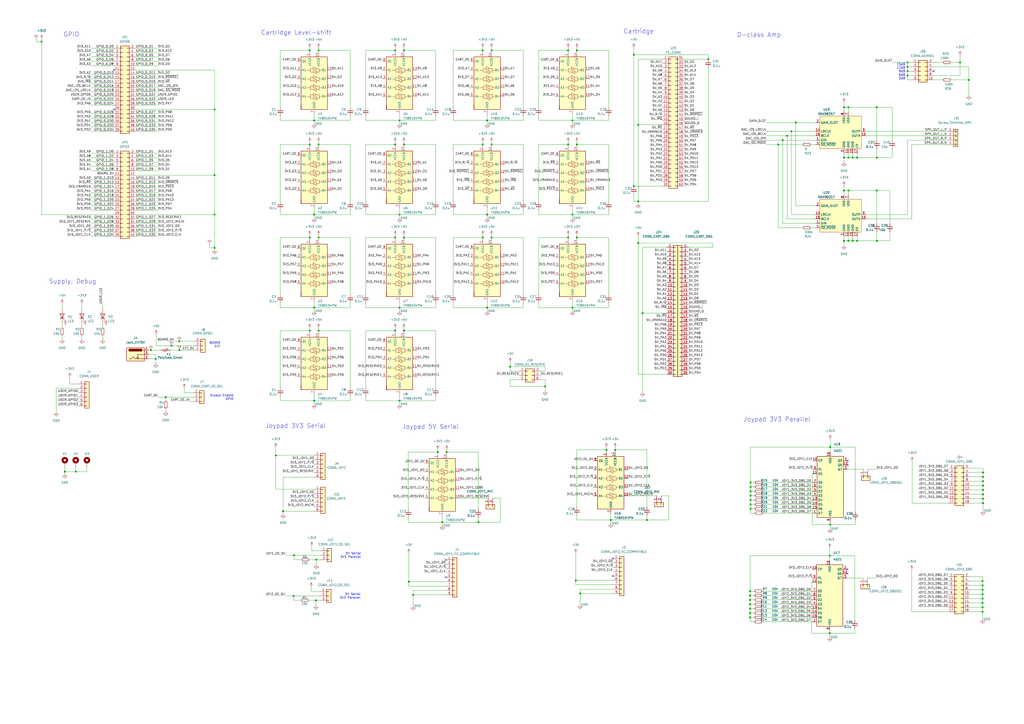
<source format=kicad_sch>
(kicad_sch (version 20211123) (generator eeschema)
  (paper "A2")
  (title_block (title "nes_peripheral") (date "2022-02-19") (rev "A") (company "shinolab"))
  (junction (at 351.79 260.985))
  (junction (at 280.035 29.21))
  (junction (at 184.785 137.795))
  (junction (at 259.08 262.255))
  (junction (at 492.125 62.23))
  (junction (at 356.87 260.985))
  (junction (at 494.665 139.7))
  (junction (at 570.23 281.686))
  (junction (at 229.235 191.77))
  (junction (at 254 262.255))
  (junction (at 229.235 137.795))
  (junction (at 234.315 191.77))
  (junction (at 334.645 137.795))
  (junction (at 569.976 352.298))
  (junction (at 569.976 344.678))
  (junction (at 481.33 322.326))
  (junction (at 481.584 259.334))
  (junction (at 90.297 208.153))
  (junction (at 231.775 232.41))
  (junction (at 526.415 43.815))
  (junction (at 183.261 348.234))
  (junction (at 329.565 137.795))
  (junction (at 295.91 212.725))
  (junction (at 489.585 110.49))
  (junction (at 334.645 83.82))
  (junction (at 569.976 339.598))
  (junction (at 372.745 181.61))
  (junction (at 164.211 296.545))
  (junction (at 234.315 83.82))
  (junction (at 454.025 81.28))
  (junction (at 182.245 178.435))
  (junction (at 435.356 287.528))
  (junction (at 497.205 91.44))
  (junction (at 277.495 302.895))
  (junction (at 435.356 290.068))
  (junction (at 124.46 143.764))
  (junction (at 280.035 137.795))
  (junction (at 492.125 139.7))
  (junction (at 569.976 347.218))
  (junction (at 370.205 72.39))
  (junction (at 183.515 324.612))
  (junction (at 285.115 83.82))
  (junction (at 435.102 353.06))
  (junction (at 569.976 349.758))
  (junction (at 96.139 230.378))
  (junction (at 160.02 264.16))
  (junction (at 556.895 36.195))
  (junction (at 87.503 203.073))
  (junction (at 332.105 69.85))
  (junction (at 569.976 342.138))
  (junction (at 435.356 292.608))
  (junction (at 570.23 279.146))
  (junction (at 280.035 83.82))
  (junction (at 124.46 101.6))
  (junction (at 182.245 232.41))
  (junction (at 435.356 284.988))
  (junction (at 435.102 358.14))
  (junction (at 526.415 38.735))
  (junction (at 99.441 200.533))
  (junction (at 229.235 29.21))
  (junction (at 569.976 354.838))
  (junction (at 481.584 304.292))
  (junction (at 334.645 29.21))
  (junction (at 459.105 76.2))
  (junction (at 256.54 302.895))
  (junction (at 237.109 337.439))
  (junction (at 285.115 137.795))
  (junction (at 435.356 279.908))
  (junction (at 282.575 178.435))
  (junction (at 332.105 124.46))
  (junction (at 124.46 124.46))
  (junction (at 508.635 110.49))
  (junction (at 526.415 41.275))
  (junction (at 492.125 110.49))
  (junction (at 508.635 62.23))
  (junction (at 282.575 69.85))
  (junction (at 435.102 347.98))
  (junction (at 104.013 197.993))
  (junction (at 229.235 83.82))
  (junction (at 179.705 137.795))
  (junction (at 489.585 62.23))
  (junction (at 570.23 291.846))
  (junction (at 370.205 140.97))
  (junction (at 435.102 342.9))
  (junction (at 494.665 91.44))
  (junction (at 435.356 295.148))
  (junction (at 435.102 350.52))
  (junction (at 456.565 78.74))
  (junction (at 231.775 124.46))
  (junction (at 24.13 24.13))
  (junction (at 184.785 29.21))
  (junction (at 489.585 91.44))
  (junction (at 179.705 29.21))
  (junction (at 570.23 289.306))
  (junction (at 179.705 191.77))
  (junction (at 492.125 91.44))
  (junction (at 37.592 273.558))
  (junction (at 332.105 178.435))
  (junction (at 182.245 124.46))
  (junction (at 570.23 286.766))
  (junction (at 526.415 36.195))
  (junction (at 329.565 83.82))
  (junction (at 508.635 91.44))
  (junction (at 451.485 83.82))
  (junction (at 435.102 355.6))
  (junction (at 410.845 34.29))
  (junction (at 179.705 83.82))
  (junction (at 435.102 345.44))
  (junction (at 234.315 29.21))
  (junction (at 461.645 71.12))
  (junction (at 184.785 83.82))
  (junction (at 508.635 139.7))
  (junction (at 367.665 107.95))
  (junction (at 184.785 191.77))
  (junction (at 231.775 69.85))
  (junction (at 336.55 344.297))
  (junction (at 497.205 139.7))
  (junction (at 354.33 301.625))
  (junction (at 182.245 69.85))
  (junction (at 282.575 124.46))
  (junction (at 285.115 29.21))
  (junction (at 43.942 273.558))
  (junction (at 239.649 345.059))
  (junction (at 234.315 137.795))
  (junction (at 170.307 345.694))
  (junction (at 316.23 224.155))
  (junction (at 124.46 63.5))
  (junction (at 170.561 322.072))
  (junction (at 570.23 276.606))
  (junction (at 231.775 178.435))
  (junction (at 569.976 337.058))
  (junction (at 481.33 367.284))
  (junction (at 435.356 282.448))
  (junction (at 561.975 46.355))
  (junction (at 370.205 116.84))
  (junction (at 489.585 139.7))
  (junction (at 570.23 274.066))
  (junction (at 375.285 301.625))
  (junction (at 570.23 284.226))
  (junction (at 104.013 203.073))
  (junction (at 367.665 31.75))
  (junction (at 329.565 29.21))
  (junction (at 334.01 336.677))
  (no_connect (at 491.49 332.74))
  (no_connect (at 355.6 334.137))
  (no_connect (at 66.04 40.64))
  (no_connect (at 66.04 63.5))
  (no_connect (at 541.655 41.275))
  (no_connect (at 491.744 267.208))
  (no_connect (at 491.744 269.748))
  (no_connect (at 258.699 334.899))
  (no_connect (at 258.699 324.739))
  (no_connect (at 355.6 323.977))
  (no_connect (at 491.49 330.2))
  (wire (pts (xy 387.985 287.655) (xy 387.985 301.625)))
  (wire (pts (xy 229.235 191.77) (xy 229.235 193.04)))
  (wire (pts (xy 508.635 139.7) (xy 516.255 139.7)))
  (wire (pts (xy 383.54 287.655) (xy 387.985 287.655)))
  (wire (pts (xy 237.109 339.979) (xy 237.109 337.439)))
  (wire (pts (xy 229.235 82.55) (xy 229.235 83.82)))
  (wire (pts (xy 52.705 109.22) (xy 66.04 109.22)))
  (wire (pts (xy 185.928 319.532) (xy 180.848 319.532)))
  (wire (pts (xy 508.635 91.44) (xy 517.525 91.44)))
  (wire (pts (xy 78.74 68.58) (xy 91.44 68.58)))
  (wire (pts (xy 78.74 119.38) (xy 91.44 119.38)))
  (wire (pts (xy 160.02 264.16) (xy 182.245 264.16)))
  (wire (pts (xy 24.13 124.46) (xy 66.04 124.46)))
  (wire (pts (xy 454.025 81.28) (xy 454.025 129.54)))
  (wire (pts (xy 184.785 83.82) (xy 203.2 83.82)))
  (wire (pts (xy 231.775 69.85) (xy 212.09 69.85)))
  (wire (pts (xy 332.105 69.85) (xy 312.42 69.85)))
  (wire (pts (xy 36.068 194.818) (xy 36.068 196.723)))
  (wire (pts (xy 78.74 58.42) (xy 91.44 58.42)))
  (wire (pts (xy 231.775 174.625) (xy 231.775 178.435)))
  (wire (pts (xy 526.415 43.815) (xy 526.415 46.355)))
  (wire (pts (xy 562.864 271.526) (xy 570.23 271.526)))
  (wire (pts (xy 162.56 83.82) (xy 162.56 116.84)))
  (wire (pts (xy 231.775 228.6) (xy 231.775 232.41)))
  (wire (pts (xy 78.74 76.2) (xy 91.44 76.2)))
  (wire (pts (xy 182.245 174.625) (xy 182.245 178.435)))
  (wire (pts (xy 354.33 301.625) (xy 354.33 303.53)))
  (wire (pts (xy 354.33 301.625) (xy 334.645 301.625)))
  (wire (pts (xy 112.649 200.533) (xy 99.441 200.533)))
  (wire (pts (xy 78.74 50.8) (xy 91.44 50.8)))
  (wire (pts (xy 78.74 71.12) (xy 91.44 71.12)))
  (wire (pts (xy 410.845 116.84) (xy 370.205 116.84)))
  (wire (pts (xy 182.245 120.65) (xy 182.245 124.46)))
  (wire (pts (xy 435.102 342.9) (xy 435.102 345.44)))
  (wire (pts (xy 312.42 137.795) (xy 312.42 170.815)))
  (wire (pts (xy 569.976 354.838) (xy 569.976 359.156)))
  (wire (pts (xy 182.245 232.41) (xy 203.2 232.41)))
  (wire (pts (xy 179.705 324.612) (xy 183.515 324.612)))
  (wire (pts (xy 45.339 225.298) (xy 32.639 225.298)))
  (wire (pts (xy 353.06 83.82) (xy 353.06 116.84)))
  (wire (pts (xy 435.356 290.068) (xy 437.642 290.068)))
  (wire (pts (xy 353.06 124.46) (xy 353.06 121.92)))
  (wire (pts (xy 435.102 353.06) (xy 435.102 355.6)))
  (wire (pts (xy 561.975 46.355) (xy 561.975 55.245)))
  (wire (pts (xy 52.705 38.1) (xy 66.04 38.1)))
  (wire (pts (xy 182.245 232.41) (xy 162.56 232.41)))
  (wire (pts (xy 370.205 34.29) (xy 370.205 72.39)))
  (wire (pts (xy 569.976 342.138) (xy 569.976 344.678)))
  (wire (pts (xy 492.125 62.23) (xy 492.125 64.77)))
  (wire (pts (xy 334.01 321.056) (xy 334.01 336.677)))
  (wire (pts (xy 252.73 29.21) (xy 252.73 62.23)))
  (wire (pts (xy 110.109 232.918) (xy 112.014 232.918)))
  (wire (pts (xy 234.315 83.82) (xy 234.315 85.09)))
  (wire (pts (xy 182.245 69.85) (xy 182.245 71.755)))
  (wire (pts (xy 435.356 279.908) (xy 435.356 282.448)))
  (wire (pts (xy 481.33 318.008) (xy 481.33 322.326)))
  (wire (pts (xy 442.468 342.9) (xy 471.17 342.9)))
  (wire (pts (xy 442.468 360.68) (xy 471.17 360.68)))
  (wire (pts (xy 570.23 271.526) (xy 570.23 274.066)))
  (wire (pts (xy 52.705 96.52) (xy 66.04 96.52)))
  (wire (pts (xy 203.2 191.77) (xy 203.2 224.79)))
  (wire (pts (xy 336.55 344.297) (xy 355.6 344.297)))
  (wire (pts (xy 182.245 276.86) (xy 164.211 276.86)))
  (wire (pts (xy 481.33 322.326) (xy 435.102 322.326)))
  (wire (pts (xy 160.02 283.845) (xy 182.245 283.845)))
  (wire (pts (xy 334.645 83.82) (xy 334.645 85.09)))
  (wire (pts (xy 503.174 335.28) (xy 508 335.28)))
  (wire (pts (xy 170.307 345.694) (xy 185.674 345.694)))
  (wire (pts (xy 231.775 124.46) (xy 252.73 124.46)))
  (wire (pts (xy 329.565 83.82) (xy 312.42 83.82)))
  (wire (pts (xy 212.09 191.77) (xy 212.09 224.79)))
  (wire (pts (xy 78.74 35.56) (xy 91.44 35.56)))
  (wire (pts (xy 229.235 29.21) (xy 212.09 29.21)))
  (wire (pts (xy 203.2 83.82) (xy 203.2 116.84)))
  (wire (pts (xy 351.79 260.985) (xy 334.645 260.985)))
  (wire (pts (xy 280.035 83.82) (xy 262.89 83.82)))
  (wire (pts (xy 285.115 83.82) (xy 285.115 85.09)))
  (wire (pts (xy 179.705 137.795) (xy 162.56 137.795)))
  (wire (pts (xy 179.705 83.82) (xy 179.705 85.09)))
  (wire (pts (xy 444.5 83.82) (xy 451.485 83.82)))
  (wire (pts (xy 212.09 232.41) (xy 212.09 229.87)))
  (wire (pts (xy 435.356 282.448) (xy 435.356 284.988)))
  (wire (pts (xy 367.665 116.84) (xy 370.205 116.84)))
  (wire (pts (xy 442.468 355.6) (xy 471.17 355.6)))
  (wire (pts (xy 353.06 178.435) (xy 353.06 175.895)))
  (wire (pts (xy 435.102 347.98) (xy 435.102 350.52)))
  (wire (pts (xy 282.575 69.85) (xy 303.53 69.85)))
  (wire (pts (xy 112.014 227.838) (xy 106.934 227.838)))
  (wire (pts (xy 52.705 106.68) (xy 66.04 106.68)))
  (wire (pts (xy 569.976 337.058) (xy 569.976 339.598)))
  (wire (pts (xy 370.205 140.97) (xy 413.385 140.97)))
  (wire (pts (xy 184.785 27.94) (xy 184.785 29.21)))
  (wire (pts (xy 231.775 232.41) (xy 231.775 234.315)))
  (wire (pts (xy 471.17 274.828) (xy 471.17 304.292)))
  (wire (pts (xy 459.105 76.2) (xy 459.105 124.46)))
  (wire (pts (xy 254 262.255) (xy 254 263.525)))
  (wire (pts (xy 234.315 136.525) (xy 234.315 137.795)))
  (wire (pts (xy 387.985 301.625) (xy 375.285 301.625)))
  (wire (pts (xy 180.848 319.532) (xy 180.848 316.992)))
  (wire (pts (xy 179.705 83.82) (xy 162.56 83.82)))
  (wire (pts (xy 370.205 140.97) (xy 370.205 217.17)))
  (wire (pts (xy 183.261 348.234) (xy 183.261 351.028)))
  (wire (pts (xy 231.775 124.46) (xy 231.775 126.365)))
  (wire (pts (xy 541.655 38.735) (xy 561.975 38.735)))
  (wire (pts (xy 316.23 224.155) (xy 316.23 226.695)))
  (wire (pts (xy 164.211 276.86) (xy 164.211 296.545)))
  (wire (pts (xy 442.722 292.608) (xy 471.424 292.608)))
  (wire (pts (xy 231.775 69.85) (xy 231.775 71.755)))
  (wire (pts (xy 496.062 259.334) (xy 496.062 296.672)))
  (wire (pts (xy 461.645 119.38) (xy 473.075 119.38)))
  (wire (pts (xy 489.585 110.49) (xy 492.125 110.49)))
  (wire (pts (xy 526.415 81.28) (xy 549.275 81.28)))
  (wire (pts (xy 386.715 181.61) (xy 372.745 181.61)))
  (wire (pts (xy 489.585 59.69) (xy 489.585 62.23)))
  (wire (pts (xy 332.105 120.65) (xy 332.105 124.46)))
  (wire (pts (xy 528.955 83.82) (xy 549.275 83.82)))
  (wire (pts (xy 52.705 88.9) (xy 66.04 88.9)))
  (wire (pts (xy 435.356 284.988) (xy 435.356 287.528)))
  (wire (pts (xy 435.356 295.148) (xy 437.642 295.148)))
  (wire (pts (xy 489.585 139.7) (xy 489.585 137.16)))
  (wire (pts (xy 471.424 274.828) (xy 471.17 274.828)))
  (wire (pts (xy 285.115 83.82) (xy 303.53 83.82)))
  (wire (pts (xy 24.13 22.86) (xy 24.13 24.13)))
  (wire (pts (xy 413.385 140.97) (xy 413.385 143.51)))
  (wire (pts (xy 20.955 24.13) (xy 24.13 24.13)))
  (wire (pts (xy 256.54 302.895) (xy 256.54 304.8)))
  (wire (pts (xy 52.705 73.66) (xy 66.04 73.66)))
  (wire (pts (xy 444.5 81.28) (xy 454.025 81.28)))
  (wire (pts (xy 52.705 60.96) (xy 66.04 60.96)))
  (wire (pts (xy 280.035 27.94) (xy 280.035 29.21)))
  (wire (pts (xy 78.74 55.88) (xy 91.44 55.88)))
  (wire (pts (xy 234.315 27.94) (xy 234.315 29.21)))
  (wire (pts (xy 52.705 91.44) (xy 66.04 91.44)))
  (wire (pts (xy 212.09 178.435) (xy 212.09 175.895)))
  (wire (pts (xy 526.415 124.46) (xy 526.415 81.28)))
  (wire (pts (xy 481.584 302.768) (xy 481.584 304.292)))
  (wire (pts (xy 262.89 178.435) (xy 262.89 175.895)))
  (wire (pts (xy 470.916 367.284) (xy 481.33 367.284)))
  (wire (pts (xy 495.808 364.744) (xy 495.808 367.284)))
  (wire (pts (xy 334.645 136.525) (xy 334.645 137.795)))
  (wire (pts (xy 526.415 38.735) (xy 526.415 41.275)))
  (wire (pts (xy 234.315 190.5) (xy 234.315 191.77)))
  (wire (pts (xy 551.815 46.355) (xy 561.975 46.355)))
  (wire (pts (xy 561.975 38.735) (xy 561.975 46.355)))
  (wire (pts (xy 456.565 78.74) (xy 473.075 78.74)))
  (wire (pts (xy 435.356 292.608) (xy 435.356 295.148)))
  (wire (pts (xy 384.175 34.29) (xy 370.205 34.29)))
  (wire (pts (xy 285.115 137.795) (xy 285.115 139.065)))
  (wire (pts (xy 470.916 337.82) (xy 470.916 367.284)))
  (wire (pts (xy 489.585 91.44) (xy 489.585 93.98)))
  (wire (pts (xy 59.563 176.403) (xy 59.563 179.578)))
  (wire (pts (xy 410.845 34.29) (xy 396.875 34.29)))
  (wire (pts (xy 78.74 137.16) (xy 91.44 137.16)))
  (wire (pts (xy 162.56 178.435) (xy 162.56 175.895)))
  (wire (pts (xy 442.722 290.068) (xy 471.424 290.068)))
  (wire (pts (xy 86.233 203.073) (xy 87.503 203.073)))
  (wire (pts (xy 334.645 27.94) (xy 334.645 29.21)))
  (wire (pts (xy 52.705 35.56) (xy 66.04 35.56)))
  (wire (pts (xy 435.356 292.608) (xy 437.642 292.608)))
  (wire (pts (xy 508.635 62.23) (xy 517.525 62.23)))
  (wire (pts (xy 179.705 29.21) (xy 162.56 29.21)))
  (wire (pts (xy 435.356 287.528) (xy 435.356 290.068)))
  (wire (pts (xy 442.468 350.52) (xy 471.17 350.52)))
  (wire (pts (xy 234.315 137.795) (xy 234.315 139.065)))
  (wire (pts (xy 285.115 136.525) (xy 285.115 137.795)))
  (wire (pts (xy 52.705 55.88) (xy 66.04 55.88)))
  (wire (pts (xy 303.53 29.21) (xy 303.53 62.23)))
  (wire (pts (xy 280.035 137.795) (xy 280.035 139.065)))
  (wire (pts (xy 295.91 220.345) (xy 295.91 224.155)))
  (wire (pts (xy 124.46 124.46) (xy 78.74 124.46)))
  (wire (pts (xy 332.105 178.435) (xy 312.42 178.435)))
  (wire (pts (xy 435.356 282.448) (xy 437.642 282.448)))
  (wire (pts (xy 454.025 129.54) (xy 473.075 129.54)))
  (wire (pts (xy 456.565 127) (xy 473.075 127)))
  (wire (pts (xy 282.575 178.435) (xy 282.575 180.34)))
  (wire (pts (xy 52.705 45.72) (xy 66.04 45.72)))
  (wire (pts (xy 303.53 69.85) (xy 303.53 67.31)))
  (wire (pts (xy 508.635 86.36) (xy 508.635 91.44)))
  (wire (pts (xy 303.53 178.435) (xy 303.53 175.895)))
  (wire (pts (xy 282.575 174.625) (xy 282.575 178.435)))
  (wire (pts (xy 497.205 137.16) (xy 497.205 139.7)))
  (wire (pts (xy 277.495 262.255) (xy 277.495 295.275)))
  (wire (pts (xy 372.745 143.51) (xy 372.745 181.61)))
  (wire (pts (xy 96.139 237.363) (xy 96.139 238.633)))
  (wire (pts (xy 526.415 46.355) (xy 528.955 46.355)))
  (wire (pts (xy 329.565 137.795) (xy 329.565 139.065)))
  (wire (pts (xy 285.115 82.55) (xy 285.115 83.82)))
  (wire (pts (xy 489.585 139.7) (xy 489.585 142.24)))
  (wire (pts (xy 234.315 82.55) (xy 234.315 83.82)))
  (wire (pts (xy 562.61 342.138) (xy 569.976 342.138)))
  (wire (pts (xy 494.665 139.7) (xy 492.125 139.7)))
  (wire (pts (xy 37.592 273.558) (xy 43.942 273.558)))
  (wire (pts (xy 124.46 143.764) (xy 124.46 124.46)))
  (wire (pts (xy 332.105 124.46) (xy 353.06 124.46)))
  (wire (pts (xy 456.565 78.74) (xy 456.565 127)))
  (wire (pts (xy 40.513 222.758) (xy 45.339 222.758)))
  (wire (pts (xy 334.645 137.795) (xy 334.645 139.065)))
  (wire (pts (xy 481.584 259.334) (xy 481.584 262.128)))
  (wire (pts (xy 541.655 43.815) (xy 556.895 43.815)))
  (wire (pts (xy 86.233 205.613) (xy 90.297 205.613)))
  (wire (pts (xy 491.49 335.28) (xy 500.634 335.28)))
  (wire (pts (xy 184.785 137.795) (xy 203.2 137.795)))
  (wire (pts (xy 184.785 82.55) (xy 184.785 83.82)))
  (wire (pts (xy 78.74 91.44) (xy 91.44 91.44)))
  (wire (pts (xy 252.73 137.795) (xy 252.73 170.815)))
  (wire (pts (xy 239.649 345.059) (xy 239.649 351.409)))
  (wire (pts (xy 256.54 299.085) (xy 256.54 302.895)))
  (wire (pts (xy 98.679 203.073) (xy 104.013 203.073)))
  (wire (pts (xy 182.245 124.46) (xy 182.245 126.365)))
  (wire (pts (xy 24.13 24.13) (xy 24.13 124.46)))
  (wire (pts (xy 526.415 43.815) (xy 528.955 43.815)))
  (wire (pts (xy 312.42 178.435) (xy 312.42 175.895)))
  (wire (pts (xy 160.02 264.16) (xy 160.02 283.845)))
  (wire (pts (xy 229.235 137.795) (xy 229.235 139.065)))
  (wire (pts (xy 285.115 29.21) (xy 303.53 29.21)))
  (wire (pts (xy 87.503 203.073) (xy 93.599 203.073)))
  (wire (pts (xy 170.561 322.072) (xy 185.928 322.072)))
  (wire (pts (xy 295.91 210.185) (xy 295.91 212.725)))
  (wire (pts (xy 124.46 63.5) (xy 124.46 101.6)))
  (wire (pts (xy 489.585 91.44) (xy 489.585 88.9)))
  (wire (pts (xy 502.285 78.74) (xy 549.275 78.74)))
  (wire (pts (xy 562.864 284.226) (xy 570.23 284.226)))
  (wire (pts (xy 329.565 29.21) (xy 312.42 29.21)))
  (wire (pts (xy 316.23 212.725) (xy 316.23 215.265)))
  (wire (pts (xy 282.575 124.46) (xy 262.89 124.46)))
  (wire (pts (xy 353.06 137.795) (xy 353.06 170.815)))
  (wire (pts (xy 435.356 259.334) (xy 435.356 279.908)))
  (wire (pts (xy 529.082 291.846) (xy 550.164 291.846)))
  (wire (pts (xy 282.575 178.435) (xy 262.89 178.435)))
  (wire (pts (xy 229.235 137.795) (xy 212.09 137.795)))
  (wire (pts (xy 182.245 69.85) (xy 162.56 69.85)))
  (wire (pts (xy 442.722 297.688) (xy 471.424 297.688)))
  (wire (pts (xy 203.2 232.41) (xy 203.2 229.87)))
  (wire (pts (xy 494.665 137.16) (xy 494.665 139.7)))
  (wire (pts (xy 451.485 132.08) (xy 465.455 132.08)))
  (wire (pts (xy 312.42 29.21) (xy 312.42 62.23)))
  (wire (pts (xy 367.665 27.94) (xy 367.665 31.75)))
  (wire (pts (xy 231.775 178.435) (xy 252.73 178.435)))
  (wire (pts (xy 237.109 321.056) (xy 237.109 337.439)))
  (wire (pts (xy 252.73 69.85) (xy 252.73 67.31)))
  (wire (pts (xy 435.102 345.44) (xy 435.102 347.98)))
  (wire (pts (xy 570.23 284.226) (xy 570.23 286.766)))
  (wire (pts (xy 256.54 302.895) (xy 236.855 302.895)))
  (wire (pts (xy 229.235 27.94) (xy 229.235 29.21)))
  (wire (pts (xy 413.385 143.51) (xy 399.415 143.51)))
  (wire (pts (xy 50.419 273.558) (xy 50.419 270.764)))
  (wire (pts (xy 78.74 48.26) (xy 91.44 48.26)))
  (wire (pts (xy 541.655 36.195) (xy 546.735 36.195)))
  (wire (pts (xy 78.74 127) (xy 91.44 127)))
  (wire (pts (xy 329.565 29.21) (xy 329.565 30.48)))
  (wire (pts (xy 170.307 348.234) (xy 170.307 345.694)))
  (wire (pts (xy 442.722 282.448) (xy 471.424 282.448)))
  (wire (pts (xy 570.23 286.766) (xy 570.23 289.306)))
  (wire (pts (xy 375.285 260.985) (xy 375.285 294.005)))
  (wire (pts (xy 52.705 129.54) (xy 66.04 129.54)))
  (wire (pts (xy 184.785 191.77) (xy 203.2 191.77)))
  (wire (pts (xy 78.74 129.54) (xy 91.44 129.54)))
  (wire (pts (xy 52.705 116.84) (xy 66.04 116.84)))
  (wire (pts (xy 562.864 281.686) (xy 570.23 281.686)))
  (wire (pts (xy 234.315 137.795) (xy 252.73 137.795)))
  (wire (pts (xy 461.645 71.12) (xy 461.645 119.38)))
  (wire (pts (xy 492.125 137.16) (xy 492.125 139.7)))
  (wire (pts (xy 492.125 110.49) (xy 492.125 113.03)))
  (wire (pts (xy 356.87 260.985) (xy 356.87 262.255)))
  (wire (pts (xy 435.356 290.068) (xy 435.356 292.608)))
  (wire (pts (xy 162.56 124.46) (xy 162.56 121.92)))
  (wire (pts (xy 184.785 29.21) (xy 184.785 30.48)))
  (wire (pts (xy 254 260.985) (xy 254 262.255)))
  (wire (pts (xy 435.102 355.6) (xy 437.388 355.6)))
  (wire (pts (xy 282.575 178.435) (xy 303.53 178.435)))
  (wire (pts (xy 239.649 342.519) (xy 258.699 342.519)))
  (wire (pts (xy 90.551 200.533) (xy 90.551 194.183)))
  (wire (pts (xy 179.705 82.55) (xy 179.705 83.82)))
  (wire (pts (xy 516.255 110.49) (xy 516.255 129.54)))
  (wire (pts (xy 262.89 83.82) (xy 262.89 116.84)))
  (wire (pts (xy 183.515 324.612) (xy 183.515 327.406)))
  (wire (pts (xy 182.245 124.46) (xy 203.2 124.46)))
  (wire (pts (xy 234.315 29.21) (xy 234.315 30.48)))
  (wire (pts (xy 444.5 78.74) (xy 456.565 78.74)))
  (wire (pts (xy 295.91 212.725) (xy 295.91 215.265)))
  (wire (pts (xy 59.563 187.198) (xy 59.563 189.738)))
  (wire (pts (xy 47.498 194.818) (xy 47.498 196.723)))
  (wire (pts (xy 329.565 83.82) (xy 329.565 85.09)))
  (wire (pts (xy 121.539 141.732) (xy 121.539 143.764)))
  (wire (pts (xy 367.665 31.75) (xy 367.665 107.95)))
  (wire (pts (xy 282.575 124.46) (xy 282.575 126.365)))
  (wire (pts (xy 162.56 69.85) (xy 162.56 67.31)))
  (wire (pts (xy 570.23 289.306) (xy 570.23 291.846)))
  (wire (pts (xy 528.955 127) (xy 528.955 83.82)))
  (wire (pts (xy 329.565 27.94) (xy 329.565 29.21)))
  (wire (pts (xy 78.74 116.84) (xy 91.44 116.84)))
  (wire (pts (xy 52.705 104.14) (xy 66.04 104.14)))
  (wire (pts (xy 502.285 124.46) (xy 526.415 124.46)))
  (wire (pts (xy 100.965 197.993) (xy 104.013 197.993)))
  (wire (pts (xy 32.639 225.298) (xy 32.639 238.887)))
  (wire (pts (xy 332.105 178.435) (xy 353.06 178.435)))
  (wire (pts (xy 252.73 232.41) (xy 252.73 229.87)))
  (wire (pts (xy 180.594 343.154) (xy 180.594 340.614)))
  (wire (pts (xy 528.828 330.708) (xy 528.828 354.838)))
  (wire (pts (xy 386.715 143.51) (xy 372.745 143.51)))
  (wire (pts (xy 78.74 63.5) (xy 124.46 63.5)))
  (wire (pts (xy 435.102 322.326) (xy 435.102 342.9)))
  (wire (pts (xy 351.79 259.715) (xy 351.79 260.985)))
  (wire (pts (xy 78.74 106.68) (xy 91.44 106.68)))
  (wire (pts (xy 526.415 38.735) (xy 528.955 38.735)))
  (wire (pts (xy 503.428 272.288) (xy 508.254 272.288)))
  (wire (pts (xy 231.775 124.46) (xy 212.09 124.46)))
  (wire (pts (xy 435.102 358.14) (xy 437.388 358.14)))
  (wire (pts (xy 124.46 144.78) (xy 124.46 143.764)))
  (wire (pts (xy 459.105 76.2) (xy 473.075 76.2)))
  (wire (pts (xy 37.592 270.764) (xy 37.592 273.558)))
  (wire (pts (xy 78.74 104.14) (xy 91.44 104.14)))
  (wire (pts (xy 52.705 71.12) (xy 66.04 71.12)))
  (wire (pts (xy 262.89 137.795) (xy 262.89 170.815)))
  (wire (pts (xy 332.105 174.625) (xy 332.105 178.435)))
  (wire (pts (xy 334.645 29.21) (xy 353.06 29.21)))
  (wire (pts (xy 451.485 83.82) (xy 451.485 132.08)))
  (wire (pts (xy 78.74 88.9) (xy 91.44 88.9)))
  (wire (pts (xy 280.035 83.82) (xy 280.035 85.09)))
  (wire (pts (xy 78.74 73.66) (xy 91.44 73.66)))
  (wire (pts (xy 185.674 343.154) (xy 180.594 343.154)))
  (wire (pts (xy 90.297 208.153) (xy 90.297 210.693)))
  (wire (pts (xy 36.068 187.198) (xy 36.068 189.738)))
  (wire (pts (xy 334.645 82.55) (xy 334.645 83.82)))
  (wire (pts (xy 47.498 187.198) (xy 47.498 189.738)))
  (wire (pts (xy 442.468 353.06) (xy 471.17 353.06)))
  (wire (pts (xy 282.575 69.85) (xy 282.575 71.755)))
  (wire (pts (xy 277.495 302.895) (xy 277.495 300.355)))
  (wire (pts (xy 78.74 43.18) (xy 91.44 43.18)))
  (wire (pts (xy 164.211 296.545) (xy 182.245 296.545)))
  (wire (pts (xy 492.125 91.44) (xy 489.585 91.44)))
  (wire (pts (xy 384.175 72.39) (xy 370.205 72.39)))
  (wire (pts (xy 517.525 91.44) (xy 517.525 86.36)))
  (wire (pts (xy 59.563 194.818) (xy 59.563 196.723)))
  (wire (pts (xy 212.09 124.46) (xy 212.09 121.92)))
  (wire (pts (xy 282.575 120.65) (xy 282.575 124.46)))
  (wire (pts (xy 78.74 114.3) (xy 91.44 114.3)))
  (wire (pts (xy 435.356 284.988) (xy 437.642 284.988)))
  (wire (pts (xy 78.74 60.96) (xy 91.44 60.96)))
  (wire (pts (xy 492.125 62.23) (xy 508.635 62.23)))
  (wire (pts (xy 52.705 48.26) (xy 66.04 48.26)))
  (wire (pts (xy 182.245 178.435) (xy 203.2 178.435)))
  (wire (pts (xy 497.205 139.7) (xy 494.665 139.7)))
  (wire (pts (xy 562.864 279.146) (xy 570.23 279.146)))
  (wire (pts (xy 259.08 260.985) (xy 259.08 262.255)))
  (wire (pts (xy 489.585 62.23) (xy 489.585 64.77)))
  (wire (pts (xy 203.2 29.21) (xy 203.2 62.23)))
  (wire (pts (xy 435.356 295.148) (xy 435.356 297.688)))
  (wire (pts (xy 570.23 279.146) (xy 570.23 281.686)))
  (wire (pts (xy 435.356 279.908) (xy 437.642 279.908)))
  (wire (pts (xy 442.722 279.908) (xy 471.424 279.908)))
  (wire (pts (xy 259.08 262.255) (xy 277.495 262.255)))
  (wire (pts (xy 354.33 301.625) (xy 375.285 301.625)))
  (wire (pts (xy 569.976 349.758) (xy 569.976 352.298)))
  (wire (pts (xy 562.61 334.518) (xy 569.976 334.518)))
  (wire (pts (xy 258.699 339.979) (xy 237.109 339.979)))
  (wire (pts (xy 285.115 29.21) (xy 285.115 30.48)))
  (wire (pts (xy 179.705 190.5) (xy 179.705 191.77)))
  (wire (pts (xy 231.775 178.435) (xy 231.775 180.34)))
  (wire (pts (xy 78.74 109.22) (xy 91.44 109.22)))
  (wire (pts (xy 183.261 348.234) (xy 185.674 348.234)))
  (wire (pts (xy 231.775 66.04) (xy 231.775 69.85)))
  (wire (pts (xy 184.785 190.5) (xy 184.785 191.77)))
  (wire (pts (xy 78.74 27.94) (xy 91.44 27.94)))
  (wire (pts (xy 367.665 107.95) (xy 384.175 107.95)))
  (wire (pts (xy 78.74 99.06) (xy 91.44 99.06)))
  (wire (pts (xy 435.102 355.6) (xy 435.102 358.14)))
  (wire (pts (xy 410.845 31.75) (xy 410.845 34.29)))
  (wire (pts (xy 496.062 301.752) (xy 496.062 304.292)))
  (wire (pts (xy 334.01 336.677) (xy 355.6 336.677)))
  (wire (pts (xy 124.46 40.64) (xy 124.46 63.5)))
  (wire (pts (xy 312.42 83.82) (xy 312.42 116.84)))
  (wire (pts (xy 372.745 181.61) (xy 372.745 227.33)))
  (wire (pts (xy 40.513 218.948) (xy 40.513 222.758)))
  (wire (pts (xy 179.705 27.94) (xy 179.705 29.21)))
  (wire (pts (xy 364.49 287.655) (xy 381 287.655)))
  (wire (pts (xy 184.785 83.82) (xy 184.785 85.09)))
  (wire (pts (xy 375.285 301.625) (xy 375.285 299.085)))
  (wire (pts (xy 332.105 69.85) (xy 353.06 69.85)))
  (wire (pts (xy 562.61 354.838) (xy 569.976 354.838)))
  (wire (pts (xy 96.139 230.378) (xy 112.014 230.378)))
  (wire (pts (xy 212.09 69.85) (xy 212.09 67.31)))
  (wire (pts (xy 203.2 137.795) (xy 203.2 170.815)))
  (wire (pts (xy 182.245 228.6) (xy 182.245 232.41)))
  (wire (pts (xy 212.09 83.82) (xy 212.09 116.84)))
  (wire (pts (xy 280.035 29.21) (xy 280.035 30.48)))
  (wire (pts (xy 78.74 132.08) (xy 91.44 132.08)))
  (wire (pts (xy 528.828 354.838) (xy 549.91 354.838)))
  (wire (pts (xy 43.942 273.558) (xy 50.419 273.558)))
  (wire (pts (xy 442.722 284.988) (xy 471.424 284.988)))
  (wire (pts (xy 461.645 71.12) (xy 473.075 71.12)))
  (wire (pts (xy 182.245 178.435) (xy 182.245 180.34)))
  (wire (pts (xy 78.74 134.62) (xy 91.44 134.62)))
  (wire (pts (xy 229.235 191.77) (xy 212.09 191.77)))
  (wire (pts (xy 334.645 83.82) (xy 353.06 83.82)))
  (wire (pts (xy 489.585 107.95) (xy 489.585 110.49)))
  (wire (pts (xy 78.74 40.64) (xy 124.46 40.64)))
  (wire (pts (xy 351.79 260.985) (xy 351.79 262.255)))
  (wire (pts (xy 481.33 365.76) (xy 481.33 367.284)))
  (wire (pts (xy 184.785 29.21) (xy 203.2 29.21)))
  (wire (pts (xy 52.705 27.94) (xy 66.04 27.94)))
  (wire (pts (xy 262.89 29.21) (xy 262.89 62.23)))
  (wire (pts (xy 179.705 137.795) (xy 179.705 139.065)))
  (wire (pts (xy 183.515 324.612) (xy 185.928 324.612)))
  (wire (pts (xy 179.705 191.77) (xy 179.705 193.04)))
  (wire (pts (xy 234.315 191.77) (xy 234.315 193.04)))
  (wire (pts (xy 86.233 208.153) (xy 90.297 208.153)))
  (wire (pts (xy 356.87 259.715) (xy 356.87 260.985)))
  (wire (pts (xy 262.89 69.85) (xy 262.89 67.31)))
  (wire (pts (xy 570.23 281.686) (xy 570.23 284.226)))
  (wire (pts (xy 182.245 124.46) (xy 162.56 124.46)))
  (wire (pts (xy 52.705 111.76) (xy 66.04 111.76)))
  (wire (pts (xy 312.42 69.85) (xy 312.42 67.31)))
  (wire (pts (xy 234.315 29.21) (xy 252.73 29.21)))
  (wire (pts (xy 234.315 191.77) (xy 252.73 191.77)))
  (wire (pts (xy 104.013 203.073) (xy 112.649 203.073)))
  (wire (pts (xy 332.105 69.85) (xy 332.105 71.755)))
  (wire (pts (xy 556.895 43.815) (xy 556.895 36.195)))
  (wire (pts (xy 162.56 232.41) (xy 162.56 229.87)))
  (wire (pts (xy 489.585 110.49) (xy 489.585 113.03)))
  (wire (pts (xy 295.91 212.725) (xy 316.23 212.725)))
  (wire (pts (xy 492.125 88.9) (xy 492.125 91.44)))
  (wire (pts (xy 442.468 347.98) (xy 471.17 347.98)))
  (wire (pts (xy 334.645 29.21) (xy 334.645 30.48)))
  (wire (pts (xy 252.73 83.82) (xy 252.73 116.84)))
  (wire (pts (xy 164.211 298.069) (xy 164.211 296.545)))
  (wire (pts (xy 174.625 324.612) (xy 170.561 324.612)))
  (wire (pts (xy 332.105 124.46) (xy 312.42 124.46)))
  (wire (pts (xy 435.102 360.68) (xy 437.388 360.68)))
  (wire (pts (xy 285.115 27.94) (xy 285.115 29.21)))
  (wire (pts (xy 481.584 255.016) (xy 481.584 259.334)))
  (wire (pts (xy 252.73 124.46) (xy 252.73 121.92)))
  (wire (pts (xy 285.115 137.795) (xy 303.53 137.795)))
  (wire (pts (xy 78.74 121.92) (xy 91.44 121.92)))
  (wire (pts (xy 174.371 348.234) (xy 170.307 348.234)))
  (wire (pts (xy 52.705 33.02) (xy 66.04 33.02)))
  (wire (pts (xy 508.635 62.23) (xy 508.635 81.28)))
  (wire (pts (xy 78.74 33.02) (xy 91.44 33.02)))
  (wire (pts (xy 356.87 260.985) (xy 375.285 260.985)))
  (wire (pts (xy 78.74 96.52) (xy 91.44 96.52)))
  (wire (pts (xy 494.665 88.9) (xy 494.665 91.44)))
  (wire (pts (xy 435.102 358.14) (xy 435.102 360.68)))
  (wire (pts (xy 562.864 286.766) (xy 570.23 286.766)))
  (wire (pts (xy 312.42 124.46) (xy 312.42 121.92)))
  (wire (pts (xy 170.561 324.612) (xy 170.561 322.072)))
  (wire (pts (xy 471.17 337.82) (xy 470.916 337.82)))
  (wire (pts (xy 52.705 134.62) (xy 66.04 134.62)))
  (wire (pts (xy 280.035 136.525) (xy 280.035 137.795)))
  (wire (pts (xy 295.91 224.155) (xy 316.23 224.155)))
  (wire (pts (xy 562.61 352.298) (xy 569.976 352.298)))
  (wire (pts (xy 569.976 334.518) (xy 569.976 337.058)))
  (wire (pts (xy 435.102 350.52) (xy 435.102 353.06)))
  (wire (pts (xy 52.705 68.58) (xy 66.04 68.58)))
  (wire (pts (xy 182.245 232.41) (xy 182.245 234.315)))
  (wire (pts (xy 529.082 267.716) (xy 529.082 291.846)))
  (wire (pts (xy 444.5 71.12) (xy 461.645 71.12)))
  (wire (pts (xy 36.068 176.403) (xy 36.068 179.578)))
  (wire (pts (xy 334.645 301.625) (xy 334.645 299.085)))
  (wire (pts (xy 179.705 191.77) (xy 162.56 191.77)))
  (wire (pts (xy 91.694 230.378) (xy 96.139 230.378)))
  (wire (pts (xy 370.205 116.84) (xy 370.205 118.11)))
  (wire (pts (xy 444.5 76.2) (xy 459.105 76.2)))
  (wire (pts (xy 481.584 259.334) (xy 435.356 259.334)))
  (wire (pts (xy 562.864 289.306) (xy 570.23 289.306)))
  (wire (pts (xy 252.73 178.435) (xy 252.73 175.895)))
  (wire (pts (xy 526.415 36.195) (xy 528.955 36.195)))
  (wire (pts (xy 52.705 132.08) (xy 66.04 132.08)))
  (wire (pts (xy 442.722 287.528) (xy 471.424 287.528)))
  (wire (pts (xy 229.235 83.82) (xy 229.235 85.09)))
  (wire (pts (xy 435.356 287.528) (xy 437.642 287.528)))
  (wire (pts (xy 52.705 43.18) (xy 66.04 43.18)))
  (wire (pts (xy 481.33 367.284) (xy 481.33 369.57)))
  (wire (pts (xy 313.69 220.345) (xy 316.23 220.345)))
  (wire (pts (xy 329.565 82.55) (xy 329.565 83.82)))
  (wire (pts (xy 236.855 302.895) (xy 236.855 300.355)))
  (wire (pts (xy 570.23 291.846) (xy 570.23 296.164)))
  (wire (pts (xy 508.635 134.62) (xy 508.635 139.7)))
  (wire (pts (xy 52.705 66.04) (xy 66.04 66.04)))
  (wire (pts (xy 508.635 110.49) (xy 508.635 129.54)))
  (wire (pts (xy 481.584 259.334) (xy 496.062 259.334)))
  (wire (pts (xy 303.53 124.46) (xy 303.53 121.92)))
  (wire (pts (xy 442.722 295.148) (xy 471.424 295.148)))
  (wire (pts (xy 203.2 124.46) (xy 203.2 121.92)))
  (wire (pts (xy 491.744 272.288) (xy 500.888 272.288)))
  (wire (pts (xy 239.649 345.059) (xy 258.699 345.059)))
  (wire (pts (xy 212.09 29.21) (xy 212.09 62.23)))
  (wire (pts (xy 78.74 111.76) (xy 91.44 111.76)))
  (wire (pts (xy 282.575 69.85) (xy 262.89 69.85)))
  (wire (pts (xy 355.6 339.217) (xy 334.01 339.217)))
  (wire (pts (xy 481.584 304.292) (xy 481.584 306.578)))
  (wire (pts (xy 52.705 127) (xy 66.04 127)))
  (wire (pts (xy 162.56 137.795) (xy 162.56 170.815)))
  (wire (pts (xy 329.565 137.795) (xy 312.42 137.795)))
  (wire (pts (xy 353.06 29.21) (xy 353.06 62.23)))
  (wire (pts (xy 470.535 83.82) (xy 473.075 83.82)))
  (wire (pts (xy 459.105 124.46) (xy 473.075 124.46)))
  (wire (pts (xy 259.08 262.255) (xy 259.08 263.525)))
  (wire (pts (xy 162.56 29.21) (xy 162.56 62.23)))
  (wire (pts (xy 334.645 260.985) (xy 334.645 294.005)))
  (wire (pts (xy 470.535 132.08) (xy 473.075 132.08)))
  (wire (pts (xy 78.74 30.48) (xy 91.44 30.48)))
  (wire (pts (xy 282.575 124.46) (xy 303.53 124.46)))
  (wire (pts (xy 179.451 348.234) (xy 183.261 348.234)))
  (wire (pts (xy 160.02 259.715) (xy 160.02 264.16)))
  (wire (pts (xy 556.895 36.195) (xy 556.895 32.385)))
  (wire (pts (xy 442.468 358.14) (xy 471.17 358.14)))
  (wire (pts (xy 569.976 339.598) (xy 569.976 342.138)))
  (wire (pts (xy 285.75 288.925) (xy 290.195 288.925)))
  (wire (pts (xy 99.441 200.533) (xy 90.551 200.533)))
  (wire (pts (xy 551.815 36.195) (xy 556.895 36.195)))
  (wire (pts (xy 212.09 137.795) (xy 212.09 170.815)))
  (wire (pts (xy 52.705 93.98) (xy 66.04 93.98)))
  (wire (pts (xy 303.53 137.795) (xy 303.53 170.815)))
  (wire (pts (xy 508.635 91.44) (xy 497.205 91.44)))
  (wire (pts (xy 184.785 191.77) (xy 184.785 193.04)))
  (wire (pts (xy 52.705 99.06) (xy 66.04 99.06)))
  (wire (pts (xy 454.025 81.28) (xy 473.075 81.28)))
  (wire (pts (xy 231.775 232.41) (xy 212.09 232.41)))
  (wire (pts (xy 231.775 120.65) (xy 231.775 124.46)))
  (wire (pts (xy 52.705 50.8) (xy 66.04 50.8)))
  (wire (pts (xy 184.785 136.525) (xy 184.785 137.795)))
  (wire (pts (xy 282.575 66.04) (xy 282.575 69.85)))
  (wire (pts (xy 280.035 137.795) (xy 262.89 137.795)))
  (wire (pts (xy 78.74 45.72) (xy 91.44 45.72)))
  (wire (pts (xy 370.205 137.16) (xy 370.205 140.97)))
  (wire (pts (xy 562.61 339.598) (xy 569.976 339.598)))
  (wire (pts (xy 121.539 143.764) (xy 124.46 143.764)))
  (wire (pts (xy 43.942 273.558) (xy 43.942 270.764)))
  (wire (pts (xy 435.356 297.688) (xy 437.642 297.688)))
  (wire (pts (xy 367.665 31.75) (xy 410.845 31.75)))
  (wire (pts (xy 481.584 304.292) (xy 496.062 304.292)))
  (wire (pts (xy 290.195 302.895) (xy 277.495 302.895)))
  (wire (pts (xy 481.33 367.284) (xy 495.808 367.284)))
  (wire (pts (xy 237.109 337.439) (xy 258.699 337.439)))
  (wire (pts (xy 179.705 29.21) (xy 179.705 30.48)))
  (wire (pts (xy 492.125 110.49) (xy 508.635 110.49)))
  (wire (pts (xy 254 262.255) (xy 236.855 262.255)))
  (wire (pts (xy 367.665 113.03) (xy 367.665 116.84)))
  (wire (pts (xy 78.74 66.04) (xy 91.44 66.04)))
  (wire (pts (xy 508.635 110.49) (xy 516.255 110.49)))
  (wire (pts (xy 256.54 302.895) (xy 277.495 302.895)))
  (wire (pts (xy 435.102 353.06) (xy 437.388 353.06)))
  (wire (pts (xy 236.855 262.255) (xy 236.855 295.275)))
  (wire (pts (xy 334.645 137.795) (xy 353.06 137.795)))
  (wire (pts (xy 435.102 345.44) (xy 437.388 345.44)))
  (wire (pts (xy 179.705 136.525) (xy 179.705 137.795)))
  (wire (pts (xy 497.205 91.44) (xy 494.665 91.44)))
  (wire (pts (xy 562.61 349.758) (xy 569.976 349.758)))
  (wire (pts (xy 435.102 350.52) (xy 437.388 350.52)))
  (wire (pts (xy 570.23 276.606) (xy 570.23 279.146)))
  (wire (pts (xy 502.285 76.2) (xy 549.275 76.2)))
  (wire (pts (xy 541.655 46.355) (xy 546.735 46.355)))
  (wire (pts (xy 526.415 36.195) (xy 526.415 38.735)))
  (wire (pts (xy 410.845 39.37) (xy 410.845 116.84)))
  (wire (pts (xy 332.105 178.435) (xy 332.105 180.34)))
  (wire (pts (xy 52.705 30.48) (xy 66.04 30.48)))
  (wire (pts (xy 526.415 41.275) (xy 526.415 43.815)))
  (wire (pts (xy 229.235 83.82) (xy 212.09 83.82)))
  (wire (pts (xy 370.205 72.39) (xy 370.205 116.84)))
  (wire (pts (xy 52.705 114.3) (xy 66.04 114.3)))
  (wire (pts (xy 329.565 136.525) (xy 329.565 137.795)))
  (wire (pts (xy 124.46 101.6) (xy 124.46 124.46)))
  (wire (pts (xy 182.245 69.85) (xy 203.2 69.85)))
  (wire (pts (xy 489.585 62.23) (xy 492.125 62.23)))
  (wire (pts (xy 562.61 344.678) (xy 569.976 344.678)))
  (wire (pts (xy 203.2 178.435) (xy 203.2 175.895)))
  (wire (pts (xy 203.2 69.85) (xy 203.2 67.31)))
  (wire (pts (xy 182.245 66.04) (xy 182.245 69.85)))
  (wire (pts (xy 47.498 176.403) (xy 47.498 179.578)))
  (wire (pts (xy 20.955 22.733) (xy 20.955 24.13)))
  (wire (pts (xy 370.205 217.17) (xy 386.715 217.17)))
  (wire (pts (xy 184.785 137.795) (xy 184.785 139.065)))
  (wire (pts (xy 435.102 347.98) (xy 437.388 347.98)))
  (wire (pts (xy 354.33 297.815) (xy 354.33 301.625)))
  (wire (pts (xy 562.61 337.058) (xy 569.976 337.058)))
  (wire (pts (xy 316.23 215.265) (xy 313.69 215.265)))
  (wire (pts (xy 52.705 58.42) (xy 66.04 58.42)))
  (wire (pts (xy 332.105 124.46) (xy 332.105 126.365)))
  (wire (pts (xy 569.976 344.678) (xy 569.976 347.218)))
  (wire (pts (xy 516.255 139.7) (xy 516.255 134.62)))
  (wire (pts (xy 300.99 220.345) (xy 295.91 220.345)))
  (wire (pts (xy 495.808 322.326) (xy 495.808 359.664)))
  (wire (pts (xy 295.91 215.265) (xy 300.99 215.265)))
  (wire (pts (xy 37.592 273.558) (xy 37.592 274.828)))
  (wire (pts (xy 78.74 38.1) (xy 91.44 38.1)))
  (wire (pts (xy 78.74 101.6) (xy 124.46 101.6)))
  (wire (pts (xy 526.415 41.275) (xy 528.955 41.275)))
  (wire (pts (xy 104.013 197.993) (xy 112.649 197.993)))
  (wire (pts (xy 262.89 124.46) (xy 262.89 121.92)))
  (wire (pts (xy 334.01 339.217) (xy 334.01 336.677)))
  (wire (pts (xy 162.56 191.77) (xy 162.56 224.79)))
  (wire (pts (xy 336.55 341.757) (xy 336.55 344.297)))
  (wire (pts (xy 569.976 352.298) (xy 569.976 354.838)))
  (wire (pts (xy 78.74 93.98) (xy 91.44 93.98)))
  (wire (pts (xy 52.705 119.38) (xy 66.04 119.38)))
  (wire (pts (xy 562.864 291.846) (xy 570.23 291.846)))
  (wire (pts (xy 336.55 344.297) (xy 336.55 350.647)))
  (wire (pts (xy 234.315 83.82) (xy 252.73 83.82)))
  (wire (pts (xy 165.608 322.072) (xy 170.561 322.072)))
  (wire (pts (xy 562.61 347.218) (xy 569.976 347.218)))
  (wire (pts (xy 52.705 53.34) (xy 66.04 53.34)))
  (wire (pts (xy 316.23 220.345) (xy 316.23 224.155)))
  (wire (pts (xy 52.705 137.16) (xy 66.04 137.16)))
  (wire (pts (xy 353.06 69.85) (xy 353.06 67.31)))
  (wire (pts (xy 252.73 191.77) (xy 252.73 224.79)))
  (wire (pts (xy 231.775 232.41) (xy 252.73 232.41)))
  (wire (pts (xy 90.297 205.613) (xy 90.297 208.153)))
  (wire (pts (xy 231.775 178.435) (xy 212.09 178.435)))
  (wire (pts (xy 569.976 347.218) (xy 569.976 349.758)))
  (wire (pts (xy 508.635 139.7) (xy 497.205 139.7)))
  (wire (pts (xy 229.235 136.525) (xy 229.235 137.795)))
  (wire (pts (xy 451.485 83.82) (xy 465.455 83.82)))
  (wire (pts (xy 497.205 88.9) (xy 497.205 91.44)))
  (wire (pts (xy 481.33 322.326) (xy 481.33 325.12)))
  (wire (pts (xy 96.139 230.378) (xy 96.139 232.283)))
  (wire (pts (xy 229.235 190.5) (xy 229.235 191.77)))
  (wire (pts (xy 303.53 83.82) (xy 303.53 116.84)))
  (wire (pts (xy 165.354 345.694) (xy 170.307 345.694)))
  (wire (pts (xy 570.23 274.066) (xy 570.23 276.606)))
  (wire (pts (xy 494.665 91.44) (xy 492.125 91.44)))
  (wire (pts (xy 332.105 66.04) (xy 332.105 69.85)))
  (wire (pts (xy 435.102 342.9) (xy 437.388 342.9)))
  (wire (pts (xy 52.705 76.2) (xy 66.04 76.2)))
  (wire (pts (xy 517.525 36.195) (xy 526.415 36.195)))
  (wire (pts (xy 290.195 288.925) (xy 290.195 302.895)))
  (wire (pts (xy 502.285 127) (xy 528.955 127)))
  (wire (pts (xy 182.245 178.435) (xy 162.56 178.435)))
  (wire (pts (xy 562.864 274.066) (xy 570.23 274.066)))
  (wire (pts (xy 471.17 304.292) (xy 481.584 304.292)))
  (wire (pts (xy 106.934 227.838) (xy 106.934 225.298)))
  (wire (pts (xy 280.035 82.55) (xy 280.035 83.82)))
  (wire (pts (xy 481.33 322.326) (xy 495.808 322.326)))
  (wire (pts (xy 266.7 288.925) (xy 283.21 288.925)))
  (wire (pts (xy 517.525 62.23) (xy 517.525 81.28)))
  (wire (pts (xy 442.468 345.44) (xy 471.17 345.44)))
  (wire (pts (xy 280.035 29.21) (xy 262.89 29.21)))
  (wire (pts (xy 562.864 276.606) (xy 570.23 276.606)))
  (wire (pts (xy 336.55 341.757) (xy 355.6 341.757)))
  (wire (pts (xy 52.705 121.92) (xy 66.04 121.92)))
  (wire (pts (xy 492.125 139.7) (xy 489.585 139.7)))
  (wire (pts (xy 239.649 342.519) (xy 239.649 345.059)))
  (wire (pts (xy 78.74 53.34) (xy 91.44 53.34)))
  (wire (pts (xy 231.775 69.85) (xy 252.73 69.85)))
  (wire (pts (xy 229.235 29.21) (xy 229.235 30.48)))
  (text "D-class Amp" (at 427.482 21.844 0) (effects (font (size 2.54 2.54)) (justify left bottom)))
  (text "Joypad 5V Serial" (at 233.426 249.174 0) (effects (font (size 2.54 2.54)) (justify left bottom)))
  (text "Supply, Debug" (at 28.321 164.846 0) (effects (font (size 2.54 2.54)) (justify left bottom)))
  (text "5V Serial\n3V3 Parallel" (at 209.423 323.977 180) (effects (font (size 1.27 1.27)) (justify right bottom)))
  (text "5V Serial\n3V3 Parallel" (at 209.169 347.599 180) (effects (font (size 1.27 1.27)) (justify right bottom)))
  (text "Cartridge" (at 361.696 19.812 0) (effects (font (size 2.54 2.54)) (justify left bottom)))
  (text "Cartridge Level-shift" (at 151.384 20.574 0) (effects (font (size 2.54 2.54)) (justify left bottom)))
  (text "15dB\n12dB\n9dB\n6dB\n3dB\n" (at 525.145 46.355 180) (effects (font (size 1.27 1.27)) (justify right bottom)))
  (text "GPIO" (at 36.83 21.59 0) (effects (font (size 2.54 2.54)) (justify left bottom)))
  (text "Always Enable\nGPIO" (at 135.509 232.283 180) (effects (font (size 1.27 1.27)) (justify right bottom)))
  (text "BOARD\nEXT" (at 127.889 201.803 180) (effects (font (size 1.27 1.27)) (justify right bottom)))
  (text "Joypad 3V3 Serial" (at 153.924 248.666 0) (effects (font (size 2.54 2.54)) (justify left bottom)))
  (text "Joypad 3V3 Parallel" (at 431.292 244.856 0) (effects (font (size 2.54 2.54)) (justify left bottom)))
  (label "3V3_A6" (at 52.705 35.56 180))
  (label "3V3_PD3" (at 221.615 203.2 180))
  (label "3V3_A6" (at 272.415 50.8 180))
  (label "GPIO_1_D32" (at 66.04 134.62 180))
  (label "5V_D4" (at 399.415 163.83 0))
  (label "GPIO_0_D12" (at 66.04 45.72 180))
  (label "CART_OE" (at 221.615 144.145 180))
  (label "3V3_VRAMA10" (at 321.945 105.41 180))
  (label "5V_D2" (at 399.415 168.91 0))
  (label "3V3_D5" (at 321.945 45.72 180))
  (label "3V3_~{WE}" (at 91.44 48.26 0))
  (label "GPIO_0_D13" (at 78.74 45.72 0))
  (label "3V3_PA6" (at 172.085 149.225 180))
  (label "3V3_JOY2_P{slash}~{S}" (at 471.17 335.28 180))
  (label "3V3_PA3" (at 52.705 114.3 180))
  (label "3V3_PA2" (at 52.705 68.58 180))
  (label "5V_A3" (at 192.405 95.25 0))
  (label "5V_A5" (at 386.715 161.29 180))
  (label "5V_A10" (at 384.175 39.37 180))
  (label "5V_~{PA13}" (at 342.265 110.49 0))
  (label "3V3_~{IRQ}" (at 272.415 105.41 180))
  (label "JOY1_3V3_DBG_D1" (at 550.164 286.766 180))
  (label "5V_PA8" (at 396.875 85.09 0))
  (label "5V_A4" (at 384.175 54.61 180))
  (label "5V_D5" (at 399.415 161.29 0))
  (label "5V_JOY1_DO" (at 258.699 327.279 180))
  (label "GPIO_0_D33" (at 78.74 73.66 0))
  (label "3V3_PD2" (at 52.705 76.2 180))
  (label "3V3_JOY2_MICIN" (at 182.245 294.005 180))
  (label "GPIO_0_D0" (at 66.04 27.94 180))
  (label "3V3_JOY2_P{slash}~{S}" (at 182.245 288.925 180))
  (label "5V_A4" (at 386.715 163.83 180))
  (label "GAIN_SLOT" (at 517.525 36.195 180))
  (label "JOY2_3V3_DBG_D2" (at 549.91 347.218 180))
  (label "3V3_A9" (at 52.705 88.9 180))
  (label "5V_A4" (at 342.265 50.8 0))
  (label "5V_PD7" (at 399.415 209.55 0))
  (label "3V3_D4" (at 91.44 96.52 0))
  (label "USER_LED" (at 91.44 58.42 0))
  (label "3V3_D5" (at 91.44 93.98 0))
  (label "3V3_PD5" (at 172.085 218.44 180))
  (label "5V_PD6" (at 396.875 102.87 0))
  (label "3V3_RESERVE0" (at 52.705 127 180))
  (label "GPIO_1_D12" (at 66.04 106.68 180))
  (label "GPIO_1_D6" (at 66.04 96.52 180))
  (label "JOY1_3V3_DBG_D3" (at 470.662 287.528 180))
  (label "GPIO_0_D22" (at 66.04 58.42 180))
  (label "5V_A12" (at 192.405 55.88 0))
  (label "JOY2_3V3_DBG_D6" (at 549.91 337.058 180))
  (label "CART_OE" (at 172.085 35.56 180))
  (label "3V3_PA1" (at 272.415 159.385 180))
  (label "5V_~{PA13}" (at 399.415 189.23 0))
  (label "JOY1_3V3_DBG_D0" (at 470.662 279.908 180))
  (label "3V3_~{RD}" (at 321.945 95.25 180))
  (label "5V_PA13" (at 396.875 97.79 0))
  (label "3V3_PA2" (at 272.415 149.225 180))
  (label "3V3_PD0" (at 52.705 119.38 180))
  (label "5V_D3" (at 399.415 166.37 0))
  (label "3V3_A4" (at 321.945 50.8 180))
  (label "5V_PA2" (at 292.735 149.225 0))
  (label "5V_~{IRQ}" (at 292.735 105.41 0))
  (label "JOY2_3V3_DBG_D5" (at 549.91 339.598 180))
  (label "5V_~{IRQ}" (at 384.175 69.85 180))
  (label "3V3_PD1" (at 52.705 73.66 180))
  (label "SPK_OUT_R_P" (at 549.275 81.28 180))
  (label "5V_A11" (at 386.715 146.05 180))
  (label "3V3_D7" (at 91.44 33.02 0))
  (label "5V_RESERVE0" (at 300.99 217.805 180))
  (label "5V_JOY2_P{slash}~{S}" (at 364.49 277.495 0))
  (label "3V3_PA7" (at 91.44 60.96 0))
  (label "SPK_OUT_R_N" (at 549.275 83.82 180))
  (label "JOY1_3V3_DBG_D5" (at 550.164 276.606 180))
  (label "CART_OE" (at 272.415 35.56 180))
  (label "5V_D4" (at 396.875 54.61 0))
  (label "GPIO_1_D1" (at 78.74 88.9 0))
  (label "3V3_JOY2_CLK" (at 344.17 282.575 180))
  (label "GPIO_1_D19" (at 78.74 114.3 0))
  (label "GPIO_1_D27" (at 78.74 127 0))
  (label "3V3_A0" (at 221.615 105.41 180))
  (label "3V3_A12" (at 91.44 30.48 0))
  (label "5V_A14" (at 241.935 55.88 0))
  (label "JOY1_3V3_DBG_D0" (at 550.164 289.306 180))
  (label "3V3_A8" (at 52.705 91.44 180))
  (label "3V3_D6" (at 91.44 35.56 0))
  (label "GPIO_1_D9" (at 78.74 99.06 0))
  (label "3V3_JOY2_CLK" (at 182.245 291.465 180))
  (label "5V_A9" (at 241.935 40.64 0))
  (label "3V3_A7" (at 52.705 33.02 180))
  (label "3V3_JOY1_DO" (at 52.705 132.08 180))
  (label "5V_D7" (at 292.735 45.72 0))
  (label "3V3_JOY1_DO" (at 508.254 272.288 0))
  (label "GPIO_1_D34" (at 66.04 137.16 180))
  (label "5V_A12" (at 399.415 148.59 0))
  (label "5V_A5" (at 384.175 52.07 180))
  (label "JOY1_3V3_DBG_D7" (at 470.662 297.688 180))
  (label "GPIO_1_D22" (at 66.04 119.38 180))
  (label "5V_A7" (at 386.715 156.21 180))
  (label "5V_PA5" (at 384.175 82.55 180))
  (label "USER_LED" (at 59.563 176.403 90))
  (label "5V_A8" (at 386.715 153.67 180))
  (label "3V3_A10" (at 52.705 30.48 180))
  (label "5V_D6" (at 292.735 55.88 0))
  (label "5V_A3" (at 384.175 57.15 180))
  (label "DAC_I2S_BCLK" (at 52.705 50.8 180))
  (label "DAC_~{SD_MODE}" (at 91.44 53.34 0))
  (label "GPIO_1_D29" (at 78.74 129.54 0))
  (label "5V_A9" (at 384.175 41.91 180))
  (label "3V3_D2" (at 91.44 43.18 0))
  (label "5V_R{slash}~{W}" (at 292.735 95.25 0))
  (label "3V3_A1" (at 52.705 99.06 180))
  (label "5V_~{VRAMCS}" (at 342.265 100.33 0))
  (label "5V_RESERVE0" (at 241.935 213.36 0))
  (label "GPIO_1_D13" (at 78.74 106.68 0))
  (label "3V3_JOY1_RESERVE" (at 246.38 288.925 180))
  (label "5V_PD5" (at 192.405 218.44 0))
  (label "5V_D5" (at 342.265 45.72 0))
  (label "SOUND_O" (at 399.415 181.61 0))
  (label "5V_PA0" (at 384.175 95.25 180))
  (label "JOY2_3V3_DBG_D0" (at 549.91 352.298 180))
  (label "5V_~{ROMSEL}" (at 399.415 176.53 0))
  (label "5V_PD1" (at 384.175 100.33 180))
  (label "3V3_~{WE}" (at 272.415 110.49 180))
  (label "3V3_JOY1_P{slash}~{S}" (at 246.38 278.765 180))
  (label "3V3_A9" (at 221.615 40.64 180))
  (label "5V_PD7" (at 396.875 100.33 0))
  (label "5V_PA11" (at 399.415 201.93 0))
  (label "5V_PA5" (at 386.715 191.77 180))
  (label "5V_A2" (at 192.405 105.41 0))
  (label "GPIO_0_D32" (at 66.04 73.66 180))
  (label "5V_D3" (at 192.405 100.33 0))
  (label "5V_D3" (at 396.875 57.15 0))
  (label "3V3_D7" (at 272.415 45.72 180))
  (label "JOY1_3V3_DBG_D1" (at 470.662 282.448 180))
  (label "JOY1_3V3_DBG_D4" (at 470.662 290.068 180))
  (label "3V3_A0" (at 52.705 104.14 180))
  (label "5V_JOY1_P{slash}~{S}" (at 258.699 329.819 180))
  (label "SPK_OUT_L_N" (at 549.275 78.74 180))
  (label "3V3_PA11" (at 272.415 154.305 180))
  (label "JOY2_OE_5V" (at 165.354 345.694 180))
  (label "3V3_JOY2_P{slash}~{S}" (at 91.44 134.62 0))
  (label "3V3_PA12" (at 91.44 71.12 0))
  (label "3V3_PA4" (at 221.615 149.225 180))
  (label "5V_PA6" (at 386.715 189.23 180))
  (label "3V3_PA6" (at 52.705 60.96 180))
  (label "3V3_JOY1_DO" (at 182.245 266.7 180))
  (label "5V_RESERVE1" (at 241.935 218.44 0))
  (label "JOY1_3V3_DBG_D3" (at 550.164 281.686 180))
  (label "GPIO_0_D16" (at 66.04 50.8 180))
  (label "3V3_PD2" (at 172.085 213.36 180))
  (label "5V_PA1" (at 386.715 201.93 180))
  (label "5V_PA4" (at 386.715 194.31 180))
  (label "3V3_PD6" (at 172.085 208.28 180))
  (label "USER_GPIO0" (at 45.339 227.838 180))
  (label "5V_~{WE}" (at 399.415 184.15 0))
  (label "3V3_A13" (at 221.615 45.72 180))
  (label "JOY1_OE_5V" (at 246.38 268.605 180))
  (label "5V_JOY1_CLK" (at 266.7 283.845 0))
  (label "5V_D0" (at 399.415 173.99 0))
  (label "5V_PD4" (at 241.935 208.28 0))
  (label "5V_PA12" (at 396.875 95.25 0))
  (label "5V_D5" (at 396.875 52.07 0))
  (label "GPIO_1_D5" (at 78.74 93.98 0))
  (label "GPIO_1_D20" (at 66.04 116.84 180))
  (label "GPIO_0_D30" (at 66.04 71.12 180))
  (label "5V_JOY2_DO" (at 364.49 272.415 0))
  (label "GPIO_1_D15" (at 78.74 109.22 0))
  (label "3V3_A11" (at 172.085 40.64 180))
  (label "5V_~{RD}" (at 386.715 184.15 180))
  (label "GPIO_0_D2" (at 66.04 30.48 180))
  (label "5V_A14" (at 396.875 44.45 0))
  (label "3V3_JOY1_DO" (at 246.38 273.685 180))
  (label "3V3_A8" (at 221.615 50.8 180))
  (label "5V_PA4" (at 241.935 149.225 0))
  (label "3V3_PA9" (at 91.44 111.76 0))
  (label "GPIO_0_D15" (at 78.74 48.26 0))
  (label "3V3_A5" (at 321.945 40.64 180))
  (label "JOY1_3V3_DBG_D5" (at 470.662 292.608 180))
  (label "5V_PA2" (at 384.175 90.17 180))
  (label "SOUND_I" (at 396.875 69.85 0))
  (label "DAC_I2S_DIN" (at 91.44 50.8 0))
  (label "5V_PA9" (at 241.935 154.305 0))
  (label "3V3_JOY1_RESERVE" (at 52.705 129.54 180))
  (label "5V_PA8" (at 399.415 194.31 0))
  (label "5V_JOY2_CLK" (at 355.6 331.597 180))
  (label "5V_PA3" (at 384.175 87.63 180))
  (label "5V_A7" (at 384.175 46.99 180))
  (label "SOUND_O" (at 396.875 72.39 0))
  (label "5V_PA4" (at 384.175 85.09 180))
  (label "5V_JOY2_MICIN" (at 364.49 287.655 0))
  (label "5V_~{WE}" (at 292.735 110.49 0))
  (label "DAC_I2S_BCLK" (at 444.5 78.74 180))
  (label "3V3_A14" (at 221.615 55.88 180))
  (label "5V_~{ROMSEL}" (at 292.735 100.33 0))
  (label "5V_JOY1_CLK" (at 258.699 332.359 180))
  (label "5V_A13" (at 399.415 151.13 0))
  (label "3V3_O2" (at 172.085 45.72 180))
  (label "GPIO_0_D4" (at 66.04 33.02 180))
  (label "JOY1_3V3_DBG_D6" (at 470.662 295.148 180))
  (label "5V_PA13" (at 399.415 207.01 0))
  (label "JOY2_3V3_DBG_D7" (at 549.91 334.518 180))
  (label "3V3_~{PA13}" (at 321.945 110.49 180))
  (label "3V3_PA5" (at 52.705 66.04 180))
  (label "3V3_VRAMA10" (at 52.705 109.22 180))
  (label "5V_PA7" (at 192.405 154.305 0))
  (label "3V3_D4" (at 321.945 55.88 180))
  (label "3V3_A11" (at 52.705 27.94 180))
  (label "5V_PD4" (at 396.875 107.95 0))
  (label "5V_PA7" (at 399.415 191.77 0))
  (label "5V_PD6" (at 399.415 212.09 0))
  (label "5V_D1" (at 241.935 100.33 0))
  (label "5V_D6" (at 399.415 158.75 0))
  (label "GPIO_1_D21" (at 78.74 116.84 0))
  (label "5V_A6" (at 384.175 49.53 180))
  (label "5V_PD5" (at 399.415 214.63 0))
  (label "3V3_D0" (at 221.615 110.49 180))
  (label "JOY2_3V3_DBG_D6" (at 470.408 358.14 180))
  (label "5V_PA11" (at 396.875 92.71 0))
  (label "5V_PA1" (at 292.735 159.385 0))
  (label "GPIO_0_D25" (at 78.74 60.96 0))
  (label "5V_A3" (at 386.715 166.37 180))
  (label "DAC_I2S_DIN" (at 444.5 81.28 180))
  (label "3V3_PA10" (at 221.615 164.465 180))
  (label "5V_PD4" (at 399.415 217.17 0))
  (label "5V_PA11" (at 292.735 154.305 0))
  (label "3V3_~{VRAMCS}" (at 321.945 100.33 180))
  (label "3V3_PD7" (at 91.44 119.38 0))
  (label "CART_OE" (at 221.615 198.12 180))
  (label "5V_A1" (at 384.175 62.23 180))
  (label "3V3_~{IRQ}" (at 52.705 48.26 180))
  (label "5V_O2" (at 192.405 45.72 0))
  (label "GPIO_1_D2" (at 66.04 91.44 180))
  (label "3V3_R{slash}~{W}" (at 272.415 95.25 180))
  (label "CART_OE" (at 91.694 230.378 180))
  (label "3V3_JOY2_CLK" (at 471.17 330.2 180))
  (label "GPIO_0_D11" (at 78.74 43.18 0))
  (label "3V3_PA9" (at 221.615 154.305 180))
  (label "3V3_D3" (at 91.44 38.1 0))
  (label "GPIO_0_D26" (at 66.04 66.04 180))
  (label "GPIO_0_D9" (at 78.74 38.1 0))
  (label "5V_D1" (at 396.875 62.23 0))
  (label "3V3_PA0" (at 52.705 116.84 180))
  (label "3V3_PD4" (at 221.615 208.28 180))
  (label "CART_OE" (at 172.085 198.12 180))
  (label "GPIO_0_D6" (at 66.04 35.56 180))
  (label "GPIO_0_D29" (at 78.74 68.58 0))
  (label "3V3_PD6" (at 91.44 73.66 0))
  (label "3V3_JOY1_CLK" (at 471.424 267.208 180))
  (label "3V3_PD4" (at 91.44 121.92 0))
  (label "EXT_5V" (at 112.649 203.073 180))
  (label "GPIO_1_D31" (at 78.74 132.08 0))
  (label "3V3_PD1" (at 172.085 203.2 180))
  (label "3V3_JOY2_CLK" (at 91.44 137.16 0))
  (label "5V_PD6" (at 192.405 208.28 0))
  (label "5V_PD3" (at 384.175 105.41 180))
  (label "5V_O2" (at 396.875 36.83 0))
  (label "3V3_PA11" (at 91.44 68.58 0))
  (label "5V_~{VRAMCS}" (at 396.875 77.47 0))
  (label "5V_PA3" (at 241.935 159.385 0))
  (label "JOY2_3V3_DBG_D7" (at 470.408 360.68 180))
  (label "3V3_A4" (at 52.705 96.52 180))
  (label "5V_A0" (at 386.715 173.99 180))
  (label "GPIO_1_D14" (at 66.04 109.22 180))
  (label "USER_GPIO1" (at 91.44 55.88 0))
  (label "3V3_D2" (at 172.085 110.49 180))
  (label "5V_PA10" (at 399.415 199.39 0))
  (label "5V_A10" (at 192.405 50.8 0))
  (label "GPIO_0_D19" (at 78.74 53.34 0))
  (label "GPIO_0_D14" (at 66.04 48.26 180))
  (label "GPIO_1_D7" (at 78.74 96.52 0))
  (label "GPIO_1_D33" (at 78.74 134.62 0))
  (label "5V_PD2" (at 384.175 102.87 180))
  (label "5V_PA12" (at 292.735 164.465 0))
  (label "5V_D2" (at 396.875 59.69 0))
  (label "GPIO_0_D7" (at 78.74 35.56 0))
  (label "5V_PD0" (at 386.715 207.01 180))
  (label "CART_OE_IN" (at 52.705 58.42 180))
  (label "GPIO_1_D3" (at 78.74 91.44 0))
  (label "3V3_PA13" (at 91.44 116.84 0))
  (label "SPK_OUT_L_P" (at 549.275 76.2 180))
  (label "3V3_~{RD}" (at 52.705 106.68 180))
  (label "CART_OE" (at 221.615 35.56 180))
  (label "5V_PA13" (at 342.265 154.305 0))
  (label "JOY2_3V3_DBG_D0" (at 470.408 342.9 180))
  (label "GPIO_1_D8" (at 66.04 99.06 180))
  (label "CART_OE" (at 272.415 90.17 180))
  (label "DAC_I2S_LRCLK" (at 52.705 53.34 180))
  (label "3V3_PA7" (at 172.085 154.305 180))
  (label "5V_PA10" (at 241.935 164.465 0))
  (label "3V3_JOY1_P{slash}~{S}" (at 52.705 134.62 180))
  (label "GPIO_0_D20" (at 66.04 55.88 180))
  (label "3V3_PA12" (at 272.415 164.465 180))
  (label "DAC_I2S_LRCLK" (at 444.5 76.2 180))
  (label "GPIO_0_D18" (at 66.04 53.34 180))
  (label "USER_GPIO1" (at 45.339 230.378 180))
  (label "3V3_A12" (at 172.085 55.88 180))
  (label "5V_~{WE}" (at 396.875 74.93 0))
  (label "3V3_O2" (at 91.44 27.94 0))
  (label "5V_RESERVE1" (at 313.69 217.805 0))
  (label "3V3_D6" (at 272.415 55.88 180))
  (label "5V_A0" (at 384.175 64.77 180))
  (label "5V_A11" (at 192.405 40.64 0))
  (label "GPIO_0_D34" (at 66.04 76.2 180))
  (label "5V_PA12" (at 399.415 204.47 0))
  (label "3V3_JOY2_P{slash}~{S}" (at 344.17 277.495 180))
  (label "3V3_D0" (at 91.44 104.14 0))
  (label "BOARD_5V" (at 66.04 101.6 180))
  (label "USER_GPIO0" (at 52.705 55.88 180))
  (label "5V_D0" (at 396.875 64.77 0))
  (label "3V3_PD3" (at 52.705 121.92 180))
  (label "3V3_PA4" (at 52.705 111.76 180))
  (label "5V_PA7" (at 396.875 82.55 0))
  (label "5V_JOY2_DO" (at 355.6 326.517 180))
  (label "3V3_RESERVE0" (at 221.615 213.36 180))
  (label "3V3_A14" (at 91.44 91.44 0))
  (label "3V3_A2" (at 52.705 43.18 180))
  (label "5V_D1" (at 399.415 171.45 0))
  (label "3V3_A5" (at 52.705 93.98 180))
  (label "JOY2_3V3_DBG_D4" (at 470.408 353.06 180))
  (label "3V3_JOY2_DO" (at 344.17 272.415 180))
  (label "5V_A11" (at 384.175 36.83 180))
  (label "3V3_A7" (at 272.415 40.64 180))
  (label "3V3_D1" (at 91.44 99.06 0))
  (label "5V_PA6" (at 192.405 149.225 0))
  (label "GPIO_0_D1" (at 78.74 27.94 0))
  (label "3V3_~{ROMSEL}" (at 91.44 45.72 0))
  (label "3V3_PA13" (at 321.945 154.305 180))
  (label "GPIO_0_D31" (at 78.74 71.12 0))
  (label "GPIO_1_D26" (at 66.04 127 180))
  (label "GPIO_0_D24" (at 66.04 60.96 180))
  (label "USER_GPIO2" (at 45.339 232.918 180))
  (label "JOY1_3V3_DBG_D2" (at 550.164 284.226 180))
  (label "5V_PD0" (at 342.265 159.385 0))
  (label "5V_PD1" (at 386.715 209.55 180))
  (label "5V_JOY1_RESERVE" (at 266.7 288.925 0))
  (label "3V3_PA10" (at 91.44 114.3 0))
  (label "JOY1_3V3_DBG_D2" (at 470.662 284.988 180))
  (label "GPIO_0_D21" (at 78.74 55.88 0))
  (label "GPIO_1_D35" (at 78.74 137.16 0))
  (label "3V3_JOY2_MICIN" (at 344.17 287.655 180))
  (label "3V3_JOY2_MICIN" (at 91.44 129.54 0))
  (label "3V3_A3" (at 52.705 38.1 180))
  (label "JOY1_3V3_DBG_D4" (at 550.164 279.146 180))
  (label "5V_~{IRQ}" (at 386.715 179.07 180))
  (label "GPIO_0_D5" (at 78.74 33.02 0))
  (label "5V_A10" (at 386.715 148.59 180))
  (label "5V_PD5" (at 396.875 105.41 0))
  (label "5V_A13" (at 241.935 45.72 0))
  (label "CART_OE" (at 272.415 144.145 180))
  (label "GPIO_1_D16" (at 66.04 111.76 180))
  (label "JOY2_3V3_DBG_D1" (at 549.91 349.758 180))
  (label "CART_OE" (at 321.945 90.17 180))
  (label "BOARD_5V" (at 100.965 197.993 180))
  (label "5V_JOY1_P{slash}~{S}" (at 266.7 278.765 0))
  (label "3V3_~{PA13}" (at 91.44 109.22 0))
  (label "5V_PA2" (at 386.715 199.39 180))
  (label "5V_PA9" (at 399.415 196.85 0))
  (label "5V_PA6" (at 384.175 80.01 180))
  (label "3V3_~{ROMSEL}" (at 272.415 100.33 180))
  (label "JOY2_3V3_DBG_D3" (at 549.91 344.678 180))
  (label "JOY1_3V3_DBG_D7" (at 550.164 271.526 180))
  (label "5V_VRAMA10" (at 342.265 105.41 0))
  (label "5V_~{PA13}" (at 396.875 80.01 0))
  (label "JOY1_OE_5V" (at 165.608 322.072 180))
  (label "3V3_A2" (at 172.085 105.41 180))
  (label "5V_~{ROMSEL}" (at 396.875 67.31 0))
  (label "5V_A7" (at 292.735 40.64 0))
  (label "5V_A6" (at 386.715 158.75 180))
  (label "SOUND_I" (at 399.415 179.07 0))
  (label "3V3_PD0" (at 321.945 159.385 180))
  (label "GPIO_0_D23" (at 78.74 58.42 0))
  (label "JOY2_OE_5V" (at 344.17 267.335 180))
  (label "5V_PA10" (at 396.875 90.17 0))
  (label "3V3_A13" (at 91.44 88.9 0))
  (label "5V_JOY2_CLK" (at 364.49 282.575 0))
  (label "5V_A8" (at 241.935 50.8 0))
  (label "GPIO_0_D28" (at 66.04 68.58 180))
  (label "3V3_JOY2_DO" (at 508 335.28 0))
  (label "5V_PD3" (at 241.935 203.2 0))
  (label "3V3_RESERVE1" (at 221.615 218.44 180))
  (label "CART_OE" (at 172.085 90.17 180))
  (label "3V3_A1" (at 221.615 95.25 180))
  (label "5V_A1" (at 241.935 95.25 0))
  (label "5V_D7" (at 396.875 46.99 0))
  (label "5V_PD7" (at 342.265 164.465 0))
  (label "3V3_JOY1_P{slash}~{S}" (at 182.245 269.24 180))
  (label "CART_OE" (at 321.945 144.145 180))
  (label "GPIO_1_D30" (at 66.04 132.08 180))
  (label "GPIO_0_D10" (at 66.04 43.18 180))
  (label "5V_JOY1_DO" (at 266.7 273.685 0))
  (label "GPIO_0_D17" (at 78.74 50.8 0))
  (label "5V_A14" (at 399.415 153.67 0))
  (label "5V_PD2" (at 192.405 213.36 0))
  (label "GPIO_1_D10" (at 66.04 104.14 180))
  (label "5V_PA5" (at 192.405 159.385 0))
  (label "5V_JOY2_P{slash}~{S}" (at 355.6 329.057 180))
  (label "3V3_JOY1_CLK" (at 182.245 271.78 180))
  (label "5V_~{VRAMCS}" (at 399.415 186.69 0))
  (label "GPIO_0_D3" (at 78.74 30.48 0))
  (label "5V_D2" (at 192.405 110.49 0))
  (label "5V_PD2" (at 386.715 212.09 180))
  (label "CART_OE_IN" (at 110.109 232.918 180))
  (label "5V_A5" (at 342.265 40.64 0))
  (label "GPIO_1_D0" (at 66.04 88.9 180))
  (label "JOY2_3V3_DBG_D1" (at 470.408 345.44 180))
  (label "5V_R{slash}~{W}" (at 386.715 176.53 180))
  (label "5V_PA3" (at 386.715 196.85 180))
  (label "5V_PA0" (at 342.265 149.225 0))
  (label "3V3_PA1" (at 52.705 71.12 180))
  (label "5V_~{RD}" (at 384.175 74.93 180))
  (label "GPIO_0_D35" (at 78.74 76.2 0))
  (label "GPIO_1_D4" (at 66.04 93.98 180))
  (label "5V_D7" (at 399.415 156.21 0))
  (label "5V_A2" (at 384.175 59.69 180))
  (label "3V3_JOY2_DO" (at 91.44 132.08 0))
  (label "GPIO_1_D25" (at 78.74 121.92 0))
  (label "5V_D6" (at 396.875 49.53 0))
  (label "USER_GPIO3" (at 45.339 235.458 180))
  (label "3V3_PA8" (at 91.44 66.04 0))
  (label "3V3_JOY2_DO" (at 182.245 286.385 180))
  (label "GPIO_0_D27" (at 78.74 66.04 0))
  (label "3V3_A10" (at 172.085 50.8 180))
  (label "5V_O2" (at 399.415 146.05 0))
  (label "5V_A2" (at 386.715 168.91 180))
  (label "5V_~{RD}" (at 342.265 95.25 0))
  (label "3V3_~{VRAMCS}" (at 91.44 106.68 0))
  (label "5V_PA8" (at 192.405 164.465 0))
  (label "5V_A8" (at 384.175 44.45 180))
  (label "5V_PD0" (at 384.175 97.79 180))
  (label "5V_A1" (at 386.715 171.45 180))
  (label "3V3_JOY1_RESERVE" (at 182.245 274.32 180))
  (label "3V3_PD7" (at 321.945 164.465 180))
  (label "5V_PA9" (at 396.875 87.63 0))
  (label "5V_D0" (at 241.935 110.49 0))
  (label "CART_OE" (at 172.085 144.145 180))
  (label "3V3_D3" (at 172.085 100.33 180))
  (label "5V_PD1" (at 192.405 203.2 0))
  (label "CART_OE" (at 321.945 35.56 180))
  (label "5V_A0" (at 241.935 105.41 0))
  (label "5V_D4" (at 342.265 55.88 0))
  (label "3V3_JOY1_CLK" (at 246.38 283.845 180))
  (label "5V_A13" (at 396.875 41.91 0))
  (label "GPIO_1_D11" (at 78.74 104.14 0))
  (label "GPIO_1_D24" (at 66.04 121.92 180))
  (label "JOY2_3V3_DBG_D5" (at 470.408 355.6 180))
  (label "JOY2_3V3_DBG_D4" (at 549.91 342.138 180))
  (label "GPIO_1_D18" (at 66.04 114.3 180))
  (label "3V3_A3" (at 172.085 95.25 180))
  (label "5V_PA0" (at 386.715 204.47 180))
  (label "CART_OE" (at 221.615 90.17 180))
  (label "5V_A9" (at 386.715 151.13 180))
  (label "5V_VRAMA10" (at 384.175 77.47 180))
  (label "GPIO_0_D8" (at 66.04 38.1 180))
  (label "3V3_RESERVE1" (at 91.44 127 0))
  (label "3V3_R{slash}~{W}" (at 52.705 45.72 180))
  (label "GPIO_1_D23" (at 78.74 119.38 0))
  (label "JOY2_3V3_DBG_D3" (at 470.408 350.52 180))
  (label "5V_A12" (at 396.875 39.37 0))
  (label "DAC_~{SD_MODE}" (at 444.5 83.82 180))
  (label "3V3_PA8" (at 172.085 164.465 180))
  (label "GPIO_1_D17" (at 78.74 111.76 0))
  (label "5V_A6" (at 292.735 50.8 0))
  (label "3V3_JOY1_CLK" (at 52.705 137.16 180))
  (label "5V_PA1" (at 384.175 92.71 180))
  (label "3V3_JOY1_P{slash}~{S}" (at 471.424 272.288 180))
  (label "3V3_PA0" (at 321.945 149.225 180))
  (label "5V_VRAMA10" (at 386.715 186.69 180))
  (label "JOY2_3V3_DBG_D2" (at 470.408 347.98 180))
  (label "JOY1_3V3_DBG_D6" (at 550.164 274.066 180))
  (label "5V_PD3" (at 386.715 214.63 180))
  (label "GAIN_SLOT" (at 444.5 71.12 180))
  (label "GPIO_1_D28" (at 66.04 129.54 180))
  (label "3V3_PD5" (at 91.44 76.2 0))
  (label "5V_R{slash}~{W}" (at 384.175 67.31 180))
  (label "3V3_PA5" (at 172.085 159.385 180))
  (label "3V3_D1" (at 221.615 100.33 180))
  (label "3V3_PA3" (at 221.615 159.385 180))
  (symbol (lib_id "power:GND") (at 282.575 126.365 0) (unit 1)
    (property "Reference" "#PWR0144" (effects hide))
    (property "Value" "GND" (at 285.115 126.365 0))
  )
  (symbol (lib_id "power:+3V3") (at 528.828 330.708 0) (unit 1)
    (property "Reference" "#PWR0113" (effects hide))
    (property "Value" "+3V3" (at 528.828 325.628 0))
  )
  (symbol (lib_id "Device:R_Small") (at 439.928 350.52 90) (unit 1)
    (property "Reference" "R10" (at 445.008 349.25 90) (effects (justify left)))
    (property "Value" "10k" (at 451.358 349.25 90) (effects (justify left)))
    (property "Footprint" "Resistor_SMD:R_0603_1608Metric_Pad0.98x0.95mm_HandSolder" (effects hide))
  )
  (symbol (lib_id "power:PWR_FLAG") (at 99.441 200.533 0) (unit 1)
    (property "Reference" "#FLG0104" (effects hide))
    (property "Value" "PWR_FLAG" (effects hide))
  )
  (symbol (lib_id "Device:C_Small") (at 517.525 83.82 0) (unit 1)
    (property "Reference" "C40" (at 512.445 82.55 0) (effects (justify left)))
    (property "Value" "10p" (at 511.175 85.09 0) (effects (justify left)))
    (property "Footprint" "Capacitor_SMD:C_0603_1608Metric_Pad1.08x0.95mm_HandSolder" (effects hide))
  )
  (symbol (lib_id "Device:R_Small") (at 439.928 342.9 90) (unit 1)
    (property "Reference" "R7" (at 445.008 341.63 90) (effects (justify left)))
    (property "Value" "10k" (at 451.358 341.63 90) (effects (justify left)))
    (property "Footprint" "Resistor_SMD:R_0603_1608Metric_Pad0.98x0.95mm_HandSolder" (effects hide))
  )
  (symbol (lib_id "Logic_LevelTranslator:TXB0104PW") (at 231.775 102.87 0) (unit 1)
    (property "Reference" "U6" (at 233.7944 120.65 0) (effects (justify left)))
    (property "Value" "TXB0104PW" (at 233.7944 123.19 0) (effects (justify left)))
    (property "Footprint" "Package_SO:TSSOP-14_4.4x5mm_P0.65mm" (effects hide))
    (property "Datasheet" "http://www.ti.com/lit/ds/symlink/txb0104.pdf" (effects hide))
  )
  (symbol (lib_id "power:+5V") (at 237.109 321.056 0) (unit 1)
    (property "Reference" "#PWR0154" (effects hide))
    (property "Value" "+5V" (at 237.109 315.976 0))
  )
  (symbol (lib_id "Device:C_Small") (at 236.855 297.815 0) (unit 1)
    (property "Reference" "C13" (at 231.775 296.545 0) (effects (justify left)))
    (property "Value" "0.1u" (at 230.505 299.085 0) (effects (justify left)))
    (property "Footprint" "Capacitor_SMD:C_0603_1608Metric_Pad1.08x0.95mm_HandSolder" (effects hide))
  )
  (symbol (lib_id "Logic_LevelTranslator:TXB0104PW") (at 182.245 48.26 0) (unit 1)
    (property "Reference" "U1" (at 184.2644 66.04 0) (effects (justify left)))
    (property "Value" "TXB0104PW" (at 184.2644 68.58 0) (effects (justify left)))
    (property "Footprint" "Package_SO:TSSOP-14_4.4x5mm_P0.65mm" (effects hide))
    (property "Datasheet" "http://www.ti.com/lit/ds/symlink/txb0104.pdf" (effects hide))
  )
  (symbol (lib_id "Device:R_Small") (at 47.498 192.278 0) (unit 1)
    (property "Reference" "R2" (at 43.688 191.008 0) (effects (justify left)))
    (property "Value" "10k" (at 42.418 193.548 0) (effects (justify left)))
    (property "Footprint" "Resistor_SMD:R_0603_1608Metric_Pad0.98x0.95mm_HandSolder" (effects hide))
  )
  (symbol (lib_id "Mechanical:MountingHole_Pad") (at 50.419 268.224 0) (unit 1)
    (property "Reference" "H3" (at 49.022 263.271 0) (effects (justify left)))
    (property "Value" "MountingHole_Pad" (effects hide))
    (property "Footprint" "MountingHole:MountingHole_3.2mm_M3_Pad_TopBottom" (effects hide))
  )
  (symbol (lib_id "power:+5V") (at 234.315 136.525 0) (unit 1)
    (property "Reference" "#PWR0180" (effects hide))
    (property "Value" "+5V" (at 234.315 131.445 0))
  )
  (symbol (lib_id "power:+3V3") (at 229.235 190.5 0) (unit 1)
    (property "Reference" "#PWR0188" (effects hide))
    (property "Value" "+3V3" (at 229.235 185.42 0))
  )
  (symbol (lib_id "Device:C_Small") (at 203.2 119.38 0) (unit 1)
    (property "Reference" "C6" (at 198.12 118.11 0) (effects (justify left)))
    (property "Value" "0.1u" (at 196.85 120.65 0) (effects (justify left)))
    (property "Footprint" "Capacitor_SMD:C_0603_1608Metric_Pad1.08x0.95mm_HandSolder" (effects hide))
  )
  (symbol (lib_id "Device:C_Small") (at 162.56 173.355 0) (unit 1)
    (property "Reference" "C3" (at 157.48 172.085 0) (effects (justify left)))
    (property "Value" "0.1u" (at 156.21 174.625 0) (effects (justify left)))
    (property "Footprint" "Capacitor_SMD:C_0603_1608Metric_Pad1.08x0.95mm_HandSolder" (effects hide))
  )
  (symbol (lib_id "Device:C_Small") (at 277.495 297.815 0) (unit 1)
    (property "Reference" "C21" (at 272.415 296.545 0) (effects (justify left)))
    (property "Value" "0.1u" (at 271.145 299.085 0) (effects (justify left)))
    (property "Footprint" "Capacitor_SMD:C_0603_1608Metric_Pad1.08x0.95mm_HandSolder" (effects hide))
  )
  (symbol (lib_id "Device:R_Small") (at 440.182 279.908 90) (unit 1)
    (property "Reference" "R15" (at 445.262 278.638 90) (effects (justify left)))
    (property "Value" "10k" (at 451.612 278.638 90) (effects (justify left)))
    (property "Footprint" "Resistor_SMD:R_0603_1608Metric_Pad0.98x0.95mm_HandSolder" (effects hide))
  )
  (symbol (lib_id "Connector:Barrel_Jack_Switch") (at 78.613 205.613 0) (unit 1)
    (property "Reference" "J4" (at 78.613 196.088 0))
    (property "Value" "Jack_EXT5V" (at 78.613 198.628 0))
    (property "Footprint" "OPL_Connector:DCJ3P-14.2X11.0X9.0MM" (effects hide))
  )
  (symbol (lib_id "power:GND") (at 37.592 274.828 0) (unit 1)
    (property "Reference" "#PWR01" (effects hide))
    (property "Value" "GND" (at 37.592 279.908 0))
  )
  (symbol (lib_id "Logic_LevelTranslator:TXB0104PW") (at 182.245 156.845 0) (unit 1)
    (property "Reference" "U3" (at 184.2644 174.625 0) (effects (justify left)))
    (property "Value" "TXB0104PW" (at 184.2644 177.165 0) (effects (justify left)))
    (property "Footprint" "Package_SO:TSSOP-14_4.4x5mm_P0.65mm" (effects hide))
    (property "Datasheet" "http://www.ti.com/lit/ds/symlink/txb0104.pdf" (effects hide))
  )
  (symbol (lib_id "Connector_Generic:Conn_02x09_Odd_Even") (at 555.244 281.686 0) (unit 1)
    (property "Reference" "J34" (at 556.514 265.176 0))
    (property "Value" "CONN_JOY1_DBG" (at 556.514 267.716 0))
    (property "Footprint" "Connector_PinSocket_2.54mm:PinSocket_2x09_P2.54mm_Vertical" (effects hide))
  )
  (symbol (lib_id "power:+5V") (at 367.665 27.94 0) (unit 1)
    (property "Reference" "#PWR0128" (effects hide))
    (property "Value" "+5V" (at 367.665 22.86 0))
  )
  (symbol (lib_id "Device:C_Small") (at 252.73 173.355 0) (unit 1)
    (property "Reference" "C16" (at 247.65 172.085 0) (effects (justify left)))
    (property "Value" "0.1u" (at 246.38 174.625 0) (effects (justify left)))
    (property "Footprint" "Capacitor_SMD:C_0603_1608Metric_Pad1.08x0.95mm_HandSolder" (effects hide))
  )
  (symbol (lib_id "power:+5V") (at 36.068 176.403 0) (unit 1)
    (property "Reference" "#PWR0170" (effects hide))
    (property "Value" "+5V" (at 36.068 171.323 0))
  )
  (symbol (lib_id "power:+3V3") (at 489.585 107.95 0) (unit 1)
    (property "Reference" "#PWR0103" (effects hide))
    (property "Value" "+3V3" (at 489.585 102.87 0))
  )
  (symbol (lib_id "Connector_Generic:Conn_02x20_Odd_Even") (at 71.12 50.8 0) (unit 1)
    (property "Reference" "JP1" (at 72.39 21.59 0))
    (property "Value" "GPIO0" (at 72.39 24.13 0))
    (property "Footprint" "Connector_PinSocket_2.54mm:PinSocket_2x20_P2.54mm_Vertical" (effects hide))
  )
  (symbol (lib_id "power:GND") (at 569.976 359.156 0) (unit 1)
    (property "Reference" "#PWR0112" (effects hide))
    (property "Value" "GND" (at 572.516 359.156 0))
  )
  (symbol (lib_id "power:+3V3") (at 329.565 82.55 0) (unit 1)
    (property "Reference" "#PWR0137" (effects hide))
    (property "Value" "+3V3" (at 329.565 77.47 0))
  )
  (symbol (lib_id "power:GND") (at 32.639 238.887 0) (unit 1)
    (property "Reference" "#PWR0162" (effects hide))
    (property "Value" "GND" (at 32.639 243.967 0))
  )
  (symbol (lib_id "power:GND") (at 332.105 71.755 0) (unit 1)
    (property "Reference" "#PWR0134" (effects hide))
    (property "Value" "GND" (at 334.645 71.755 0))
  )
  (symbol (lib_id "power:+3V3") (at 179.705 136.525 0) (unit 1)
    (property "Reference" "#PWR0186" (effects hide))
    (property "Value" "+3V3" (at 179.705 131.445 0))
  )
  (symbol (lib_id "power:GND") (at 489.585 93.98 0) (unit 1)
    (property "Reference" "#PWR0105" (effects hide))
    (property "Value" "GND" (at 489.585 99.06 0))
  )
  (symbol (lib_id "Mechanical:MountingHole_Pad") (at 37.592 268.224 0) (unit 1)
    (property "Reference" "H1" (at 36.195 263.271 0) (effects (justify left)))
    (property "Value" "MountingHole_Pad" (effects hide))
    (property "Footprint" "MountingHole:MountingHole_3.2mm_M3_Pad_TopBottom" (effects hide))
  )
  (symbol (lib_id "power:GND") (at 354.33 303.53 0) (unit 1)
    (property "Reference" "#PWR0125" (effects hide))
    (property "Value" "GND" (at 356.87 303.53 0))
  )
  (symbol (lib_id "nes_peripheral:MAX98357") (at 488.315 125.73 0) (unit 1)
    (property "Reference" "U20" (at 479.425 111.76 0))
    (property "Value" "MAX98357" (at 479.425 114.3 0))
    (property "Footprint" "nes_peripheral:QFN-16_EP_3x3_Pitch0.5mm" (effects hide))
  )
  (symbol (lib_id "Logic_LevelTranslator:TXB0104PW") (at 182.245 210.82 0) (unit 1)
    (property "Reference" "U4" (at 184.2644 228.6 0) (effects (justify left)))
    (property "Value" "TXB0104PW" (at 184.2644 231.14 0) (effects (justify left)))
    (property "Footprint" "Package_SO:TSSOP-14_4.4x5mm_P0.65mm" (effects hide))
    (property "Datasheet" "http://www.ti.com/lit/ds/symlink/txb0104.pdf" (effects hide))
  )
  (symbol (lib_id "Device:R_Small") (at 36.068 192.278 0) (unit 1)
    (property "Reference" "R1" (at 32.258 191.008 0) (effects (justify left)))
    (property "Value" "10k" (at 30.988 193.548 0) (effects (justify left)))
    (property "Footprint" "Resistor_SMD:R_0603_1608Metric_Pad0.98x0.95mm_HandSolder" (effects hide))
  )
  (symbol (lib_id "power:+3V3") (at 160.02 259.715 0) (unit 1)
    (property "Reference" "#PWR0172" (effects hide))
    (property "Value" "+3V3" (at 160.02 254.635 0))
  )
  (symbol (lib_id "Device:R_Small") (at 467.995 83.82 270) (unit 1)
    (property "Reference" "R23" (at 466.725 88.9 90) (effects (justify left)))
    (property "Value" "0" (at 466.725 86.36 90) (effects (justify left)))
    (property "Footprint" "Resistor_SMD:R_0603_1608Metric_Pad0.98x0.95mm_HandSolder" (effects hide))
  )
  (symbol (lib_id "Device:C_Small") (at 312.42 173.355 0) (unit 1)
    (property "Reference" "C27" (at 307.34 172.085 0) (effects (justify left)))
    (property "Value" "0.1u" (at 306.07 174.625 0) (effects (justify left)))
    (property "Footprint" "Capacitor_SMD:C_0603_1608Metric_Pad1.08x0.95mm_HandSolder" (effects hide))
  )
  (symbol (lib_id "Device:C_Small") (at 162.56 227.33 0) (unit 1)
    (property "Reference" "C4" (at 157.48 226.06 0) (effects (justify left)))
    (property "Value" "0.1u" (at 156.21 228.6 0) (effects (justify left)))
    (property "Footprint" "Capacitor_SMD:C_0603_1608Metric_Pad1.08x0.95mm_HandSolder" (effects hide))
  )
  (symbol (lib_id "Device:C_Small") (at 252.73 119.38 0) (unit 1)
    (property "Reference" "C15" (at 247.65 118.11 0) (effects (justify left)))
    (property "Value" "0.1u" (at 246.38 120.65 0) (effects (justify left)))
    (property "Footprint" "Capacitor_SMD:C_0603_1608Metric_Pad1.08x0.95mm_HandSolder" (effects hide))
  )
  (symbol (lib_id "Connector:Screw_Terminal_01x04") (at 554.355 78.74 0) (unit 1)
    (property "Reference" "J31" (at 553.085 68.58 0) (effects (justify left)))
    (property "Value" "Screw_Terminal_SPK" (at 544.195 71.12 0) (effects (justify left)))
    (property "Footprint" "TerminalBlock:TerminalBlock_bornier-4_P5.08mm" (effects hide))
  )
  (symbol (lib_id "power:+3V3") (at 556.895 32.385 0) (unit 1)
    (property "Reference" "#PWR0110" (effects hide))
    (property "Value" "+3V3" (at 556.895 27.305 0))
  )
  (symbol (lib_id "Logic_LevelTranslator:TXB0104PW") (at 332.105 102.87 0) (unit 1)
    (property "Reference" "U14" (at 334.1244 120.65 0) (effects (justify left)))
    (property "Value" "TXB0104PW" (at 334.1244 123.19 0) (effects (justify left)))
    (property "Footprint" "Package_SO:TSSOP-14_4.4x5mm_P0.65mm" (effects hide))
    (property "Datasheet" "http://www.ti.com/lit/ds/symlink/txb0104.pdf" (effects hide))
  )
  (symbol (lib_id "power:PWR_FLAG") (at 104.013 197.993 0) (unit 1)
    (property "Reference" "#FLG0103" (effects hide))
    (property "Value" "PWR_FLAG" (effects hide))
  )
  (symbol (lib_id "power:+5V") (at 295.91 210.185 0) (unit 1)
    (property "Reference" "#PWR0148" (effects hide))
    (property "Value" "+5V" (at 295.91 205.105 0))
  )
  (symbol (lib_id "power:GND") (at 47.498 196.723 0) (unit 1)
    (property "Reference" "#PWR0161" (effects hide))
    (property "Value" "GND" (at 47.498 201.803 0))
  )
  (symbol (lib_id "power:GND") (at 282.575 71.755 0) (unit 1)
    (property "Reference" "#PWR0132" (effects hide))
    (property "Value" "GND" (at 285.115 71.755 0))
  )
  (symbol (lib_id "power:GND") (at 239.649 351.409 0) (unit 1)
    (property "Reference" "#PWR0160" (effects hide))
    (property "Value" "GND" (at 242.189 351.409 0))
  )
  (symbol (lib_id "power:GND") (at 231.775 71.755 0) (unit 1)
    (property "Reference" "#PWR0178" (effects hide))
    (property "Value" "GND" (at 234.315 71.755 0))
  )
  (symbol (lib_id "Device:R_Small") (at 440.182 290.068 90) (unit 1)
    (property "Reference" "R19" (at 445.262 288.798 90) (effects (justify left)))
    (property "Value" "10k" (at 451.612 288.798 90) (effects (justify left)))
    (property "Footprint" "Resistor_SMD:R_0603_1608Metric_Pad0.98x0.95mm_HandSolder" (effects hide))
  )
  (symbol (lib_id "Device:C_Small") (at 162.56 64.77 0) (unit 1)
    (property "Reference" "C1" (at 157.48 63.5 0) (effects (justify left)))
    (property "Value" "0.1u" (at 156.21 66.04 0) (effects (justify left)))
    (property "Footprint" "Capacitor_SMD:C_0603_1608Metric_Pad1.08x0.95mm_HandSolder" (effects hide))
  )
  (symbol (lib_id "Connector_Generic:Conn_02x03_Odd_Even") (at 306.07 217.805 0) (unit 1)
    (property "Reference" "J16" (at 307.34 208.915 0))
    (property "Value" "CONN_5V_RESERVE" (at 307.34 211.455 0))
    (property "Footprint" "Connector_PinSocket_2.54mm:PinSocket_2x03_P2.54mm_Vertical" (effects hide))
  )
  (symbol (lib_id "power:+3V3") (at 40.513 218.948 0) (unit 1)
    (property "Reference" "#PWR0163" (effects hide))
    (property "Value" "+3V3" (at 40.513 213.868 0))
  )
  (symbol (lib_id "Device:C_Small") (at 162.56 119.38 0) (unit 1)
    (property "Reference" "C2" (at 157.48 118.11 0) (effects (justify left)))
    (property "Value" "0.1u" (at 156.21 120.65 0) (effects (justify left)))
    (property "Footprint" "Capacitor_SMD:C_0603_1608Metric_Pad1.08x0.95mm_HandSolder" (effects hide))
  )
  (symbol (lib_id "power:GND") (at 282.575 180.34 0) (unit 1)
    (property "Reference" "#PWR0142" (effects hide))
    (property "Value" "GND" (at 285.115 180.34 0))
  )
  (symbol (lib_id "Connector_Generic:Conn_01x02") (at 283.21 294.005 90) (mirror x) (unit 1)
    (property "Reference" "J15" (at 280.162 282.702 90) (effects (justify left)))
    (property "Value" "CONN_JOY1_MIC" (at 286.131 284.988 90) (effects (justify left)))
    (property "Footprint" "Connector_PinSocket_2.54mm:PinSocket_1x02_P2.54mm_Vertical" (effects hide))
  )
  (symbol (lib_id "power:+3V3") (at 179.705 27.94 0) (unit 1)
    (property "Reference" "#PWR0196" (effects hide))
    (property "Value" "+3V3" (at 179.705 22.86 0))
  )
  (symbol (lib_id "Device:C_Small") (at 212.09 173.355 0) (unit 1)
    (property "Reference" "C11" (at 207.01 172.085 0) (effects (justify left)))
    (property "Value" "0.1u" (at 205.74 174.625 0) (effects (justify left)))
    (property "Footprint" "Capacitor_SMD:C_0603_1608Metric_Pad1.08x0.95mm_HandSolder" (effects hide))
  )
  (symbol (lib_id "Device:C_Small") (at 367.665 110.49 0) (unit 1)
    (property "Reference" "C32" (at 362.585 109.22 0) (effects (justify left)))
    (property "Value" "0.1u" (at 361.315 111.76 0) (effects (justify left)))
    (property "Footprint" "Capacitor_SMD:C_0603_1608Metric_Pad1.08x0.95mm_HandSolder" (effects hide))
  )
  (symbol (lib_id "power:+5V") (at 234.315 82.55 0) (unit 1)
    (property "Reference" "#PWR0176" (effects hide))
    (property "Value" "+5V" (at 234.315 77.47 0))
  )
  (symbol (lib_id "power:+3V3") (at 329.565 136.525 0) (unit 1)
    (property "Reference" "#PWR0139" (effects hide))
    (property "Value" "+3V3" (at 329.565 131.445 0))
  )
  (symbol (lib_id "Connector_Generic:Conn_01x30") (at 391.795 179.07 0) (unit 1)
    (property "Reference" "J24" (at 380.365 134.62 0) (effects (justify left)))
    (property "Value" "CONN_CART_DBG" (at 372.745 137.16 0) (effects (justify left)))
    (property "Footprint" "Connector_PinSocket_2.54mm:PinSocket_1x30_P2.54mm_Vertical" (effects hide))
  )
  (symbol (lib_id "Device:R_Small") (at 439.928 355.6 90) (unit 1)
    (property "Reference" "R12" (at 445.008 354.33 90) (effects (justify left)))
    (property "Value" "10k" (at 451.358 354.33 90) (effects (justify left)))
    (property "Footprint" "Resistor_SMD:R_0603_1608Metric_Pad0.98x0.95mm_HandSolder" (effects hide))
  )
  (symbol (lib_id "Connector_Generic:Conn_01x30") (at 394.335 179.07 0) (mirror y) (unit 1)
    (property "Reference" "J25" (at 405.765 134.62 0) (effects (justify left)))
    (property "Value" "CONN_CART_DBG" (at 413.385 137.16 0) (effects (justify left)))
    (property "Footprint" "Connector_PinSocket_2.54mm:PinSocket_1x30_P2.54mm_Vertical" (effects hide))
  )
  (symbol (lib_id "power:GND") (at 481.33 369.57 0) (unit 1)
    (property "Reference" "#PWR0117" (effects hide))
    (property "Value" "GND" (at 483.87 369.57 0))
  )
  (symbol (lib_id "power:+3V3") (at 329.565 27.94 0) (unit 1)
    (property "Reference" "#PWR0129" (effects hide))
    (property "Value" "+3V3" (at 329.565 22.86 0))
  )
  (symbol (lib_id "power:PWR_FLAG") (at 121.539 141.732 0) (unit 1)
    (property "Reference" "#FLG0105" (effects hide))
    (property "Value" "PWR_FLAG" (effects hide))
  )
  (symbol (lib_id "Device:LED") (at 36.068 183.388 90) (unit 1)
    (property "Reference" "D1" (at 39.243 183.7054 90) (effects (justify right)))
    (property "Value" "LED" (at 39.243 186.2454 90) (effects (justify right)))
    (property "Footprint" "LED_SMD:LED_0603_1608Metric_Pad1.05x0.95mm_HandSolder" (effects hide))
  )
  (symbol (lib_id "power:GND") (at 481.584 306.578 0) (unit 1)
    (property "Reference" "#PWR0115" (effects hide))
    (property "Value" "GND" (at 484.124 306.578 0))
  )
  (symbol (lib_id "Device:C_Small") (at 410.845 36.83 0) (unit 1)
    (property "Reference" "C34" (at 413.385 35.5662 0) (effects (justify left)))
    (property "Value" "0.1u" (at 413.385 38.1062 0) (effects (justify left)))
    (property "Footprint" "Capacitor_SMD:C_0603_1608Metric_Pad1.08x0.95mm_HandSolder" (effects hide))
  )
  (symbol (lib_id "Device:C_Small") (at 252.73 64.77 0) (unit 1)
    (property "Reference" "C14" (at 247.65 63.5 0) (effects (justify left)))
    (property "Value" "0.1u" (at 246.38 66.04 0) (effects (justify left)))
    (property "Footprint" "Capacitor_SMD:C_0603_1608Metric_Pad1.08x0.95mm_HandSolder" (effects hide))
  )
  (symbol (lib_id "Device:C_Small") (at 312.42 64.77 0) (unit 1)
    (property "Reference" "C25" (at 307.34 63.5 0) (effects (justify left)))
    (property "Value" "0.1u" (at 306.07 66.04 0) (effects (justify left)))
    (property "Footprint" "Capacitor_SMD:C_0603_1608Metric_Pad1.08x0.95mm_HandSolder" (effects hide))
  )
  (symbol (lib_id "power:+3V3") (at 351.79 259.715 0) (unit 1)
    (property "Reference" "#PWR0122" (effects hide))
    (property "Value" "+3V3" (at 351.79 254.635 0))
  )
  (symbol (lib_id "Connector_Generic:Conn_02x09_Odd_Even") (at 554.99 344.678 0) (unit 1)
    (property "Reference" "J33" (at 556.26 327.66 0))
    (property "Value" "CONN_JOY2_DBG" (at 556.26 330.2 0))
    (property "Footprint" "Connector_PinSocket_2.54mm:PinSocket_2x09_P2.54mm_Vertical" (effects hide))
  )
  (symbol (lib_id "Device:C_Small") (at 203.2 64.77 0) (unit 1)
    (property "Reference" "C5" (at 198.12 63.5 0) (effects (justify left)))
    (property "Value" "0.1u" (at 196.85 66.04 0) (effects (justify left)))
    (property "Footprint" "Capacitor_SMD:C_0603_1608Metric_Pad1.08x0.95mm_HandSolder" (effects hide))
  )
  (symbol (lib_id "power:PWR_FLAG") (at 104.013 203.073 0) (unit 1)
    (property "Reference" "#FLG0102" (effects hide))
    (property "Value" "PWR_FLAG" (effects hide))
  )
  (symbol (lib_id "Device:C_Small") (at 353.06 173.355 0) (unit 1)
    (property "Reference" "C31" (at 347.98 172.085 0) (effects (justify left)))
    (property "Value" "0.1u" (at 346.71 174.625 0) (effects (justify left)))
    (property "Footprint" "Capacitor_SMD:C_0603_1608Metric_Pad1.08x0.95mm_HandSolder" (effects hide))
  )
  (symbol (lib_id "Device:C_Small") (at 303.53 173.355 0) (unit 1)
    (property "Reference" "C24" (at 298.45 172.085 0) (effects (justify left)))
    (property "Value" "0.1u" (at 297.18 174.625 0) (effects (justify left)))
    (property "Footprint" "Capacitor_SMD:C_0603_1608Metric_Pad1.08x0.95mm_HandSolder" (effects hide))
  )
  (symbol (lib_id "Device:R_Small") (at 549.275 36.195 90) (unit 1)
    (property "Reference" "R25" (at 550.545 31.115 90) (effects (justify left)))
    (property "Value" "100k" (at 550.545 33.655 90) (effects (justify left)))
    (property "Footprint" "Resistor_SMD:R_0603_1608Metric_Pad0.98x0.95mm_HandSolder" (effects hide))
  )
  (symbol (lib_id "power:+5V") (at 184.785 82.55 0) (unit 1)
    (property "Reference" "#PWR0183" (effects hide))
    (property "Value" "+5V" (at 184.785 77.47 0))
  )
  (symbol (lib_id "Device:C_Small") (at 262.89 119.38 0) (unit 1)
    (property "Reference" "C19" (at 257.81 118.11 0) (effects (justify left)))
    (property "Value" "0.1u" (at 256.54 120.65 0) (effects (justify left)))
    (property "Footprint" "Capacitor_SMD:C_0603_1608Metric_Pad1.08x0.95mm_HandSolder" (effects hide))
  )
  (symbol (lib_id "power:+3V3") (at 529.082 267.716 0) (unit 1)
    (property "Reference" "#PWR0114" (effects hide))
    (property "Value" "+3V3" (at 529.082 262.636 0))
  )
  (symbol (lib_id "power:GND") (at 182.245 71.755 0) (unit 1)
    (property "Reference" "#PWR0184" (effects hide))
    (property "Value" "GND" (at 184.785 71.755 0))
  )
  (symbol (lib_id "power:+3V3") (at 254 260.985 0) (unit 1)
    (property "Reference" "#PWR0194" (effects hide))
    (property "Value" "+3V3" (at 254 255.905 0))
  )
  (symbol (lib_id "Device:C_Small") (at 212.09 64.77 0) (unit 1)
    (property "Reference" "C9" (at 207.01 63.5 0) (effects (justify left)))
    (property "Value" "0.1u" (at 205.74 66.04 0) (effects (justify left)))
    (property "Footprint" "Capacitor_SMD:C_0603_1608Metric_Pad1.08x0.95mm_HandSolder" (effects hide))
  )
  (symbol (lib_id "power:GND") (at 372.745 227.33 0) (unit 1)
    (property "Reference" "#PWR0101" (effects hide))
    (property "Value" "GND" (at 372.745 232.41 0))
  )
  (symbol (lib_id "Connector_Generic:Conn_02x30_Top_Bottom") (at 389.255 69.85 0) (unit 1)
    (property "Reference" "J23" (at 390.525 27.94 0))
    (property "Value" "FC_CONN" (at 390.525 30.48 0))
    (property "Footprint" "nes_peripheral:FC_CONN" (effects hide))
  )
  (symbol (lib_id "power:GND") (at 59.563 196.723 0) (unit 1)
    (property "Reference" "#PWR0165" (effects hide))
    (property "Value" "GND" (at 59.563 201.803 0))
  )
  (symbol (lib_id "power:GND") (at 256.54 304.8 0) (unit 1)
    (property "Reference" "#PWR0153" (effects hide))
    (property "Value" "GND" (at 259.08 304.8 0))
  )
  (symbol (lib_id "Connector_Generic:Conn_01x09") (at 263.779 334.899 0) (unit 1)
    (property "Reference" "J2" (at 265.049 318.77 0))
    (property "Value" "CONN_JOY1_FC_COMPATIBLE" (at 265.049 321.31 0))
    (property "Footprint" "Connector_PinSocket_2.54mm:PinSocket_1x09_P2.54mm_Vertical" (effects hide))
  )
  (symbol (lib_id "Device:C_Small") (at 303.53 119.38 0) (unit 1)
    (property "Reference" "C23" (at 298.45 118.11 0) (effects (justify left)))
    (property "Value" "0.1u" (at 297.18 120.65 0) (effects (justify left)))
    (property "Footprint" "Capacitor_SMD:C_0603_1608Metric_Pad1.08x0.95mm_HandSolder" (effects hide))
  )
  (symbol (lib_id "Device:C_Small") (at 508.635 83.82 0) (unit 1)
    (property "Reference" "C37" (at 503.555 82.55 0) (effects (justify left)))
    (property "Value" "0.1u" (at 502.285 85.09 0) (effects (justify left)))
    (property "Footprint" "Capacitor_SMD:C_0603_1608Metric_Pad1.08x0.95mm_HandSolder" (effects hide))
  )
  (symbol (lib_id "Logic_LevelTranslator:TXB0104PW") (at 282.575 156.845 0) (unit 1)
    (property "Reference" "U12" (at 284.5944 174.625 0) (effects (justify left)))
    (property "Value" "TXB0104PW" (at 284.5944 177.165 0) (effects (justify left)))
    (property "Footprint" "Package_SO:TSSOP-14_4.4x5mm_P0.65mm" (effects hide))
    (property "Datasheet" "http://www.ti.com/lit/ds/symlink/txb0104.pdf" (effects hide))
  )
  (symbol (lib_id "Logic_LevelTranslator:TXB0104PW") (at 182.245 102.87 0) (unit 1)
    (property "Reference" "U2" (at 184.2644 120.65 0) (effects (justify left)))
    (property "Value" "TXB0104PW" (at 184.2644 123.19 0) (effects (justify left)))
    (property "Footprint" "Package_SO:TSSOP-14_4.4x5mm_P0.65mm" (effects hide))
    (property "Datasheet" "http://www.ti.com/lit/ds/symlink/txb0104.pdf" (effects hide))
  )
  (symbol (lib_id "power:+5V") (at 334.645 136.525 0) (unit 1)
    (property "Reference" "#PWR0152" (effects hide))
    (property "Value" "+5V" (at 334.645 131.445 0))
  )
  (symbol (lib_id "power:+3V3") (at 179.705 190.5 0) (unit 1)
    (property "Reference" "#PWR0193" (effects hide))
    (property "Value" "+3V3" (at 179.705 185.42 0))
  )
  (symbol (lib_id "Device:LED") (at 59.563 183.388 90) (unit 1)
    (property "Reference" "D3" (at 62.738 183.7054 90) (effects (justify right)))
    (property "Value" "LED" (at 62.738 186.2454 90) (effects (justify right)))
    (property "Footprint" "LED_SMD:LED_0603_1608Metric_Pad1.05x0.95mm_HandSolder" (effects hide))
  )
  (symbol (lib_id "power:+5V") (at 285.115 27.94 0) (unit 1)
    (property "Reference" "#PWR0131" (effects hide))
    (property "Value" "+5V" (at 285.115 22.86 0))
  )
  (symbol (lib_id "power:+5V") (at 234.315 27.94 0) (unit 1)
    (property "Reference" "#PWR0198" (effects hide))
    (property "Value" "+5V" (at 234.315 22.86 0))
  )
  (symbol (lib_id "power:+3V3") (at 280.035 82.55 0) (unit 1)
    (property "Reference" "#PWR0136" (effects hide))
    (property "Value" "+3V3" (at 280.035 77.47 0))
  )
  (symbol (lib_id "power:+5V") (at 356.87 259.715 0) (unit 1)
    (property "Reference" "#PWR0123" (effects hide))
    (property "Value" "+5V" (at 356.87 254.635 0))
  )
  (symbol (lib_id "Device:C_Small") (at 353.06 64.77 0) (unit 1)
    (property "Reference" "C29" (at 347.98 63.5 0) (effects (justify left)))
    (property "Value" "0.1u" (at 346.71 66.04 0) (effects (justify left)))
    (property "Footprint" "Capacitor_SMD:C_0603_1608Metric_Pad1.08x0.95mm_HandSolder" (effects hide))
  )
  (symbol (lib_id "Logic_LevelTranslator:TXB0104PW") (at 332.105 48.26 0) (unit 1)
    (property "Reference" "U13" (at 334.1244 66.04 0) (effects (justify left)))
    (property "Value" "TXB0104PW" (at 334.1244 68.58 0) (effects (justify left)))
    (property "Footprint" "Package_SO:TSSOP-14_4.4x5mm_P0.65mm" (effects hide))
    (property "Datasheet" "http://www.ti.com/lit/ds/symlink/txb0104.pdf" (effects hide))
  )
  (symbol (lib_id "Connector_Generic:Conn_01x03") (at 191.008 322.072 0) (unit 1)
    (property "Reference" "J12" (at 189.738 313.182 0) (effects (justify left)))
    (property "Value" "CONN_JOY1_OE_SEL" (at 184.658 315.722 0) (effects (justify left)))
    (property "Footprint" "Connector_PinHeader_2.54mm:PinHeader_1x03_P2.54mm_Vertical" (effects hide))
  )
  (symbol (lib_id "power:+3V3") (at 229.235 136.525 0) (unit 1)
    (property "Reference" "#PWR0181" (effects hide))
    (property "Value" "+3V3" (at 229.235 131.445 0))
  )
  (symbol (lib_id "power:GND") (at 182.245 180.34 0) (unit 1)
    (property "Reference" "#PWR0190" (effects hide))
    (property "Value" "GND" (at 184.785 180.34 0))
  )
  (symbol (lib_id "power:+5V") (at 259.08 260.985 0) (unit 1)
    (property "Reference" "#PWR0127" (effects hide))
    (property "Value" "+5V" (at 259.08 255.905 0))
  )
  (symbol (lib_id "power:+5V") (at 184.785 136.525 0) (unit 1)
    (property "Reference" "#PWR0175" (effects hide))
    (property "Value" "+5V" (at 184.785 131.445 0))
  )
  (symbol (lib_id "power:PWR_FLAG") (at 20.955 22.733 0) (unit 1)
    (property "Reference" "#FLG0106" (effects hide))
    (property "Value" "PWR_FLAG" (effects hide))
  )
  (symbol (lib_id "power:GND") (at 231.775 180.34 0) (unit 1)
    (property "Reference" "#PWR0187" (effects hide))
    (property "Value" "GND" (at 234.315 180.34 0))
  )
  (symbol (lib_id "power:+3V3") (at 229.235 27.94 0) (unit 1)
    (property "Reference" "#PWR0199" (effects hide))
    (property "Value" "+3V3" (at 229.235 22.86 0))
  )
  (symbol (lib_id "Device:C_Small") (at 303.53 64.77 0) (unit 1)
    (property "Reference" "C22" (at 298.45 63.5 0) (effects (justify left)))
    (property "Value" "0.1u" (at 297.18 66.04 0) (effects (justify left)))
    (property "Footprint" "Capacitor_SMD:C_0603_1608Metric_Pad1.08x0.95mm_HandSolder" (effects hide))
  )
  (symbol (lib_id "Connector_Generic:Conn_01x06") (at 50.419 227.838 0) (unit 1)
    (property "Reference" "J1" (at 51.689 215.646 0))
    (property "Value" "CONN_USER" (at 51.689 218.186 0))
    (property "Footprint" "Connector_PinSocket_2.54mm:PinSocket_1x06_P2.54mm_Vertical" (effects hide))
  )
  (symbol (lib_id "power:+3V3") (at 280.035 136.525 0) (unit 1)
    (property "Reference" "#PWR0143" (effects hide))
    (property "Value" "+3V3" (at 280.035 131.445 0))
  )
  (symbol (lib_id "power:+3V3") (at 47.498 176.403 0) (unit 1)
    (property "Reference" "#PWR0171" (effects hide))
    (property "Value" "+3V3" (at 47.498 171.323 0))
  )
  (symbol (lib_id "power:GND") (at 489.585 142.24 0) (unit 1)
    (property "Reference" "#PWR0104" (effects hide))
    (property "Value" "GND" (at 489.585 147.32 0))
  )
  (symbol (lib_id "Mechanical:MountingHole_Pad") (at 43.942 268.224 0) (unit 1)
    (property "Reference" "H2" (at 42.545 263.271 0) (effects (justify left)))
    (property "Value" "MountingHole_Pad" (effects hide))
    (property "Footprint" "MountingHole:MountingHole_3.2mm_M3_Pad_TopBottom" (effects hide))
  )
  (symbol (lib_id "Connector_Generic:Conn_01x06") (at 187.325 269.24 0) (unit 1)
    (property "Reference" "J9" (at 195.199 268.986 0))
    (property "Value" "CONN_JOY1" (at 195.326 271.272 0))
    (property "Footprint" "Connector_PinSocket_2.54mm:PinSocket_1x06_P2.54mm_Vertical" (effects hide))
  )
  (symbol (lib_id "power:+5V") (at 234.315 190.5 0) (unit 1)
    (property "Reference" "#PWR0189" (effects hide))
    (property "Value" "+5V" (at 234.315 185.42 0))
  )
  (symbol (lib_id "Device:C_Small") (at 495.808 362.204 0) (unit 1)
    (property "Reference" "C35" (at 490.728 360.934 0) (effects (justify left)))
    (property "Value" "0.1u" (at 489.458 363.474 0) (effects (justify left)))
    (property "Footprint" "Capacitor_SMD:C_0603_1608Metric_Pad1.08x0.95mm_HandSolder" (effects hide))
  )
  (symbol (lib_id "power:+3V3") (at 481.33 318.008 0) (unit 1)
    (property "Reference" "#PWR0116" (effects hide))
    (property "Value" "+3V3" (at 481.33 312.928 0))
  )
  (symbol (lib_id "Connector_Generic:Conn_01x03") (at 117.094 230.378 0) (unit 1)
    (property "Reference" "J7" (at 115.824 221.488 0) (effects (justify left)))
    (property "Value" "CONN_CART_OE_SEL" (at 110.744 224.028 0) (effects (justify left)))
    (property "Footprint" "Connector_PinHeader_2.54mm:PinHeader_1x03_P2.54mm_Vertical" (effects hide))
  )
  (symbol (lib_id "Device:R_Small") (at 96.139 234.823 0) (unit 1)
    (property "Reference" "R4" (at 92.329 233.553 0) (effects (justify left)))
    (property "Value" "10k" (at 91.059 236.093 0) (effects (justify left)))
    (property "Footprint" "Resistor_SMD:R_0603_1608Metric_Pad0.98x0.95mm_HandSolder" (effects hide))
  )
  (symbol (lib_id "power:GND") (at 36.068 196.723 0) (unit 1)
    (property "Reference" "#PWR0164" (effects hide))
    (property "Value" "GND" (at 36.068 201.803 0))
  )
  (symbol (lib_id "power:GND") (at 182.245 126.365 0) (unit 1)
    (property "Reference" "#PWR0185" (effects hide))
    (property "Value" "GND" (at 184.785 126.365 0))
  )
  (symbol (lib_id "power:GND") (at 231.775 234.315 0) (unit 1)
    (property "Reference" "#PWR0174" (effects hide))
    (property "Value" "GND" (at 234.315 234.315 0))
  )
  (symbol (lib_id "Logic_LevelTranslator:TXB0104PW") (at 231.775 156.845 0) (unit 1)
    (property "Reference" "U7" (at 233.7944 174.625 0) (effects (justify left)))
    (property "Value" "TXB0104PW" (at 233.7944 177.165 0) (effects (justify left)))
    (property "Footprint" "Package_SO:TSSOP-14_4.4x5mm_P0.65mm" (effects hide))
    (property "Datasheet" "http://www.ti.com/lit/ds/symlink/txb0104.pdf" (effects hide))
  )
  (symbol (lib_id "power:GND") (at 332.105 180.34 0) (unit 1)
    (property "Reference" "#PWR0140" (effects hide))
    (property "Value" "GND" (at 334.645 180.34 0))
  )
  (symbol (lib_id "Device:C_Small") (at 496.062 299.212 0) (unit 1)
    (property "Reference" "C36" (at 490.982 297.942 0) (effects (justify left)))
    (property "Value" "0.1u" (at 489.712 300.482 0) (effects (justify left)))
    (property "Footprint" "Capacitor_SMD:C_0603_1608Metric_Pad1.08x0.95mm_HandSolder" (effects hide))
  )
  (symbol (lib_id "Device:R_Small") (at 439.928 345.44 90) (unit 1)
    (property "Reference" "R8" (at 445.008 344.17 90) (effects (justify left)))
    (property "Value" "10k" (at 451.358 344.17 90) (effects (justify left)))
    (property "Footprint" "Resistor_SMD:R_0603_1608Metric_Pad0.98x0.95mm_HandSolder" (effects hide))
  )
  (symbol (lib_id "Device:R_Small") (at 59.563 192.278 0) (unit 1)
    (property "Reference" "R3" (at 55.753 191.008 0) (effects (justify left)))
    (property "Value" "10k" (at 54.483 193.548 0) (effects (justify left)))
    (property "Footprint" "Resistor_SMD:R_0603_1608Metric_Pad0.98x0.95mm_HandSolder" (effects hide))
  )
  (symbol (lib_id "power:+5V") (at 90.551 194.183 0) (unit 1)
    (property "Reference" "#PWR0168" (effects hide))
    (property "Value" "+5V" (at 90.551 189.103 0))
  )
  (symbol (lib_id "Logic_LevelTranslator:TXB0104PW") (at 354.33 280.035 0) (unit 1)
    (property "Reference" "U16" (at 356.3494 297.815 0) (effects (justify left)))
    (property "Value" "TXB0104PW" (at 356.3494 300.355 0) (effects (justify left)))
    (property "Footprint" "Package_SO:TSSOP-14_4.4x5mm_P0.65mm" (effects hide))
    (property "Datasheet" "http://www.ti.com/lit/ds/symlink/txb0104.pdf" (effects hide))
  )
  (symbol (lib_id "Device:R_Small") (at 439.928 358.14 90) (unit 1)
    (property "Reference" "R13" (at 445.008 356.87 90) (effects (justify left)))
    (property "Value" "10k" (at 451.358 356.87 90) (effects (justify left)))
    (property "Footprint" "Resistor_SMD:R_0603_1608Metric_Pad0.98x0.95mm_HandSolder" (effects hide))
  )
  (symbol (lib_id "Device:C_Small") (at 203.2 227.33 0) (unit 1)
    (property "Reference" "C8" (at 198.12 226.06 0) (effects (justify left)))
    (property "Value" "0.1u" (at 196.85 228.6 0) (effects (justify left)))
    (property "Footprint" "Capacitor_SMD:C_0603_1608Metric_Pad1.08x0.95mm_HandSolder" (effects hide))
  )
  (symbol (lib_id "Device:R_Small") (at 177.165 324.612 90) (unit 1)
    (property "Reference" "R6" (at 178.181 323.088 90) (effects (justify left)))
    (property "Value" "10k" (at 178.689 326.644 90) (effects (justify left)))
    (property "Footprint" "Resistor_SMD:R_0603_1608Metric_Pad0.98x0.95mm_HandSolder" (effects hide))
  )
  (symbol (lib_id "Connector_Generic:Conn_01x06") (at 187.325 288.925 0) (unit 1)
    (property "Reference" "J10" (at 195.072 286.766 0))
    (property "Value" "CONN_JOY2" (at 194.945 289.179 0))
    (property "Footprint" "Connector_PinSocket_2.54mm:PinSocket_1x06_P2.54mm_Vertical" (effects hide))
  )
  (symbol (lib_id "power:+5V") (at 334.645 27.94 0) (unit 1)
    (property "Reference" "#PWR0130" (effects hide))
    (property "Value" "+5V" (at 334.645 22.86 0))
  )
  (symbol (lib_id "power:GND") (at 182.245 234.315 0) (unit 1)
    (property "Reference" "#PWR0192" (effects hide))
    (property "Value" "GND" (at 184.785 234.315 0))
  )
  (symbol (lib_id "power:PWR_FLAG") (at 87.503 203.073 0) (unit 1)
    (property "Reference" "#FLG0101" (effects hide))
    (property "Value" "PWR_FLAG" (effects hide))
  )
  (symbol (lib_id "power:+5V") (at 184.785 27.94 0) (unit 1)
    (property "Reference" "#PWR0197" (effects hide))
    (property "Value" "+5V" (at 184.785 22.86 0))
  )
  (symbol (lib_id "Connector_Generic:Conn_01x03") (at 190.754 345.694 0) (unit 1)
    (property "Reference" "J11" (at 189.484 336.804 0) (effects (justify left)))
    (property "Value" "CONN_JOY2_OE_SEL" (at 184.404 339.344 0) (effects (justify left)))
    (property "Footprint" "Connector_PinHeader_2.54mm:PinHeader_1x03_P2.54mm_Vertical" (effects hide))
  )
  (symbol (lib_id "Device:C_Small") (at 375.285 296.545 0) (unit 1)
    (property "Reference" "C33" (at 370.205 295.275 0) (effects (justify left)))
    (property "Value" "0.1u" (at 368.935 297.815 0) (effects (justify left)))
    (property "Footprint" "Capacitor_SMD:C_0603_1608Metric_Pad1.08x0.95mm_HandSolder" (effects hide))
  )
  (symbol (lib_id "Device:R_Small") (at 440.182 287.528 90) (unit 1)
    (property "Reference" "R18" (at 445.262 286.258 90) (effects (justify left)))
    (property "Value" "10k" (at 451.612 286.258 90) (effects (justify left)))
    (property "Footprint" "Resistor_SMD:R_0603_1608Metric_Pad0.98x0.95mm_HandSolder" (effects hide))
  )
  (symbol (lib_id "power:GND") (at 561.975 55.245 0) (unit 1)
    (property "Reference" "#PWR0109" (effects hide))
    (property "Value" "GND" (at 561.975 60.325 0))
  )
  (symbol (lib_id "power:+3V3") (at 229.235 82.55 0) (unit 1)
    (property "Reference" "#PWR0177" (effects hide))
    (property "Value" "+3V3" (at 229.235 77.47 0))
  )
  (symbol (lib_id "Device:R_Small") (at 439.928 360.68 90) (unit 1)
    (property "Reference" "R14" (at 445.008 359.41 90) (effects (justify left)))
    (property "Value" "10k" (at 451.358 359.41 90) (effects (justify left)))
    (property "Footprint" "Resistor_SMD:R_0603_1608Metric_Pad0.98x0.95mm_HandSolder" (effects hide))
  )
  (symbol (lib_id "power:GND") (at 316.23 226.695 0) (unit 1)
    (property "Reference" "#PWR0149" (effects hide))
    (property "Value" "GND" (at 316.23 231.775 0))
  )
  (symbol (lib_id "Device:C_Small") (at 312.42 119.38 0) (unit 1)
    (property "Reference" "C26" (at 307.34 118.11 0) (effects (justify left)))
    (property "Value" "0.1u" (at 306.07 120.65 0) (effects (justify left)))
    (property "Footprint" "Capacitor_SMD:C_0603_1608Metric_Pad1.08x0.95mm_HandSolder" (effects hide))
  )
  (symbol (lib_id "Device:C_Small") (at 334.645 296.545 0) (unit 1)
    (property "Reference" "C28" (at 329.565 295.275 0) (effects (justify left)))
    (property "Value" "0.1u" (at 328.295 297.815 0) (effects (justify left)))
    (property "Footprint" "Capacitor_SMD:C_0603_1608Metric_Pad1.08x0.95mm_HandSolder" (effects hide))
  )
  (symbol (lib_id "power:+5V") (at 285.115 82.55 0) (unit 1)
    (property "Reference" "#PWR0135" (effects hide))
    (property "Value" "+5V" (at 285.115 77.47 0))
  )
  (symbol (lib_id "power:+5V") (at 184.785 190.5 0) (unit 1)
    (property "Reference" "#PWR0191" (effects hide))
    (property "Value" "+5V" (at 184.785 185.42 0))
  )
  (symbol (lib_id "Connector_Generic:Conn_01x02") (at 381 292.735 90) (mirror x) (unit 1)
    (property "Reference" "J22" (at 377.317 282.702 90) (effects (justify left)))
    (property "Value" "CONN_JOY2_MIC" (at 382.778 285.242 90) (effects (justify left)))
    (property "Footprint" "Connector_PinSocket_2.54mm:PinSocket_1x02_P2.54mm_Vertical" (effects hide))
  )
  (symbol (lib_id "Device:R_Small") (at 439.928 347.98 90) (unit 1)
    (property "Reference" "R9" (at 445.008 346.71 90) (effects (justify left)))
    (property "Value" "10k" (at 451.358 346.71 90) (effects (justify left)))
    (property "Footprint" "Resistor_SMD:R_0603_1608Metric_Pad0.98x0.95mm_HandSolder" (effects hide))
  )
  (symbol (lib_id "Device:C_Small") (at 212.09 227.33 0) (unit 1)
    (property "Reference" "C12" (at 207.01 226.06 0) (effects (justify left)))
    (property "Value" "0.1u" (at 205.74 228.6 0) (effects (justify left)))
    (property "Footprint" "Capacitor_SMD:C_0603_1608Metric_Pad1.08x0.95mm_HandSolder" (effects hide))
  )
  (symbol (lib_id "Connector_Generic:Conn_02x05_Odd_Even") (at 534.035 41.275 0) (unit 1)
    (property "Reference" "J30" (at 535.305 29.845 0))
    (property "Value" "CONN_GAINSEL" (at 535.305 32.385 0))
    (property "Footprint" "Connector_PinHeader_2.54mm:PinHeader_2x05_P2.54mm_Vertical" (effects hide))
  )
  (symbol (lib_id "Device:R_Small") (at 440.182 282.448 90) (unit 1)
    (property "Reference" "R16" (at 445.262 281.178 90) (effects (justify left)))
    (property "Value" "10k" (at 451.612 281.178 90) (effects (justify left)))
    (property "Footprint" "Resistor_SMD:R_0603_1608Metric_Pad0.98x0.95mm_HandSolder" (effects hide))
  )
  (symbol (lib_id "4xxx:4021") (at 481.33 345.44 0) (unit 1)
    (property "Reference" "U17" (at 483.3494 320.675 0) (effects (justify left)))
    (property "Value" "4021" (at 483.3494 324.485 0) (effects (justify left)))
    (property "Footprint" "Package_SO:SOIC-16W_5.3x10.2mm_P1.27mm" (effects hide))
    (property "Datasheet" "https://assets.nexperia.com/documents/data-sheet/HEF4021B.pdf" (effects hide))
  )
  (symbol (lib_id "power:+3V3") (at 106.934 225.298 0) (unit 1)
    (property "Reference" "#PWR0173" (effects hide))
    (property "Value" "+3V3" (at 106.934 220.218 0))
  )
  (symbol (lib_id "Device:R_Small") (at 440.182 297.688 90) (unit 1)
    (property "Reference" "R22" (at 445.262 296.418 90) (effects (justify left)))
    (property "Value" "10k" (at 451.612 296.418 90) (effects (justify left)))
    (property "Footprint" "Resistor_SMD:R_0603_1608Metric_Pad0.98x0.95mm_HandSolder" (effects hide))
  )
  (symbol (lib_id "power:+3V3") (at 180.848 316.992 0) (unit 1)
    (property "Reference" "#PWR0159" (effects hide))
    (property "Value" "+3V3" (at 180.848 311.912 0))
  )
  (symbol (lib_id "power:+5V") (at 334.01 321.056 0) (unit 1)
    (property "Reference" "#PWR0121" (effects hide))
    (property "Value" "+5V" (at 334.01 315.976 0))
  )
  (symbol (lib_id "power:GND") (at 370.205 118.11 0) (unit 1)
    (property "Reference" "#PWR0150" (effects hide))
    (property "Value" "GND" (at 370.205 123.19 0))
  )
  (symbol (lib_id "Device:R_Small") (at 549.275 46.355 270) (unit 1)
    (property "Reference" "R26" (at 548.005 51.435 90) (effects (justify left)))
    (property "Value" "100k" (at 548.005 48.895 90) (effects (justify left)))
    (property "Footprint" "Resistor_SMD:R_0603_1608Metric_Pad0.98x0.95mm_HandSolder" (effects hide))
  )
  (symbol (lib_id "nes_peripheral:MAX98357") (at 488.315 77.47 0) (unit 1)
    (property "Reference" "U19" (at 479.425 63.5 0))
    (property "Value" "MAX98357" (at 479.425 66.04 0))
    (property "Footprint" "nes_peripheral:QFN-16_EP_3x3_Pitch0.5mm" (effects hide))
  )
  (symbol (lib_id "Connector_Generic:Conn_01x09") (at 360.68 334.137 0) (unit 1)
    (property "Reference" "J3" (at 361.95 317.5 0))
    (property "Value" "CONN_JOY2_FC_COMPATIBLE" (at 361.95 320.04 0))
    (property "Footprint" "Connector_PinSocket_2.54mm:PinSocket_1x09_P2.54mm_Vertical" (effects hide))
  )
  (symbol (lib_id "Device:C_Small") (at 508.635 132.08 0) (unit 1)
    (property "Reference" "C38" (at 503.555 130.81 0) (effects (justify left)))
    (property "Value" "0.1u" (at 502.285 133.35 0) (effects (justify left)))
    (property "Footprint" "Capacitor_SMD:C_0603_1608Metric_Pad1.08x0.95mm_HandSolder" (effects hide))
  )
  (symbol (lib_id "power:GND") (at 183.261 351.028 0) (unit 1)
    (property "Reference" "#PWR0155" (effects hide))
    (property "Value" "GND" (at 183.261 356.108 0))
  )
  (symbol (lib_id "Connector_Generic:Conn_02x20_Odd_Even") (at 71.12 111.76 0) (unit 1)
    (property "Reference" "JP2" (at 72.39 82.55 0))
    (property "Value" "GPIO1" (at 72.39 85.09 0))
    (property "Footprint" "Connector_PinSocket_2.54mm:PinSocket_2x20_P2.54mm_Vertical" (effects hide))
  )
  (symbol (lib_id "Logic_LevelTranslator:TXB0104PW") (at 231.775 210.82 0) (unit 1)
    (property "Reference" "U8" (at 233.7944 228.6 0) (effects (justify left)))
    (property "Value" "TXB0104PW" (at 233.7944 231.14 0) (effects (justify left)))
    (property "Footprint" "Package_SO:TSSOP-14_4.4x5mm_P0.65mm" (effects hide))
    (property "Datasheet" "http://www.ti.com/lit/ds/symlink/txb0104.pdf" (effects hide))
  )
  (symbol (lib_id "power:GND") (at 183.515 327.406 0) (unit 1)
    (property "Reference" "#PWR0156" (effects hide))
    (property "Value" "GND" (at 183.515 332.486 0))
  )
  (symbol (lib_id "Logic_LevelTranslator:TXB0104PW") (at 256.54 281.305 0) (unit 1)
    (property "Reference" "U9" (at 258.5594 299.085 0) (effects (justify left)))
    (property "Value" "TXB0104PW" (at 258.5594 301.625 0) (effects (justify left)))
    (property "Footprint" "Package_SO:TSSOP-14_4.4x5mm_P0.65mm" (effects hide))
    (property "Datasheet" "http://www.ti.com/lit/ds/symlink/txb0104.pdf" (effects hide))
  )
  (symbol (lib_id "Logic_LevelTranslator:TXB0104PW") (at 282.575 102.87 0) (unit 1)
    (property "Reference" "U11" (at 284.5944 120.65 0) (effects (justify left)))
    (property "Value" "TXB0104PW" (at 284.5944 123.19 0) (effects (justify left)))
    (property "Footprint" "Package_SO:TSSOP-14_4.4x5mm_P0.65mm" (effects hide))
    (property "Datasheet" "http://www.ti.com/lit/ds/symlink/txb0104.pdf" (effects hide))
  )
  (symbol (lib_id "power:+5V") (at 370.205 137.16 0) (unit 1)
    (property "Reference" "#PWR0151" (effects hide))
    (property "Value" "+5V" (at 370.205 132.08 0))
  )
  (symbol (lib_id "power:+3V3") (at 24.13 22.86 0) (unit 1)
    (property "Reference" "#PWR0200" (effects hide))
    (property "Value" "+3V3" (at 24.13 17.78 0))
  )
  (symbol (lib_id "Device:C_Small") (at 252.73 227.33 0) (unit 1)
    (property "Reference" "C17" (at 247.65 226.06 0) (effects (justify left)))
    (property "Value" "0.1u" (at 246.38 228.6 0) (effects (justify left)))
    (property "Footprint" "Capacitor_SMD:C_0603_1608Metric_Pad1.08x0.95mm_HandSolder" (effects hide))
  )
  (symbol (lib_id "Device:R_Small") (at 440.182 295.148 90) (unit 1)
    (property "Reference" "R21" (at 445.262 293.878 90) (effects (justify left)))
    (property "Value" "10k" (at 451.612 293.878 90) (effects (justify left)))
    (property "Footprint" "Resistor_SMD:R_0603_1608Metric_Pad0.98x0.95mm_HandSolder" (effects hide))
  )
  (symbol (lib_id "power:+3V3") (at 280.035 27.94 0) (unit 1)
    (property "Reference" "#PWR0133" (effects hide))
    (property "Value" "+3V3" (at 280.035 22.86 0))
  )
  (symbol (lib_id "power:GND") (at 336.55 350.647 0) (unit 1)
    (property "Reference" "#PWR0120" (effects hide))
    (property "Value" "GND" (at 339.09 350.647 0))
  )
  (symbol (lib_id "Device:LED") (at 47.498 183.388 90) (unit 1)
    (property "Reference" "D2" (at 50.673 183.7054 90) (effects (justify right)))
    (property "Value" "LED" (at 50.673 186.2454 90) (effects (justify right)))
    (property "Footprint" "LED_SMD:LED_0603_1608Metric_Pad1.05x0.95mm_HandSolder" (effects hide))
  )
  (symbol (lib_id "power:+3V3") (at 180.594 340.614 0) (unit 1)
    (property "Reference" "#PWR0158" (effects hide))
    (property "Value" "+3V3" (at 180.594 335.534 0))
  )
  (symbol (lib_id "power:GND") (at 96.139 238.633 0) (unit 1)
    (property "Reference" "#PWR0166" (effects hide))
    (property "Value" "GND" (at 96.139 243.713 0))
  )
  (symbol (lib_id "power:+3V3") (at 489.585 59.69 0) (unit 1)
    (property "Reference" "#PWR0106" (effects hide))
    (property "Value" "+3V3" (at 489.585 54.61 0))
  )
  (symbol (lib_id "power:+3V3") (at 481.584 255.016 0) (unit 1)
    (property "Reference" "#PWR0102" (effects hide))
    (property "Value" "+3V3" (at 481.584 249.936 0))
  )
  (symbol (lib_id "Logic_LevelTranslator:TXB0104PW") (at 282.575 48.26 0) (unit 1)
    (property "Reference" "U10" (at 284.5944 66.04 0) (effects (justify left)))
    (property "Value" "TXB0104PW" (at 284.5944 68.58 0) (effects (justify left)))
    (property "Footprint" "Package_SO:TSSOP-14_4.4x5mm_P0.65mm" (effects hide))
    (property "Datasheet" "http://www.ti.com/lit/ds/symlink/txb0104.pdf" (effects hide))
  )
  (symbol (lib_id "power:+5V") (at 334.645 82.55 0) (unit 1)
    (property "Reference" "#PWR0138" (effects hide))
    (property "Value" "+5V" (at 334.645 77.47 0))
  )
  (symbol (lib_id "Device:R_Small") (at 440.182 292.608 90) (unit 1)
    (property "Reference" "R20" (at 445.262 291.338 90) (effects (justify left)))
    (property "Value" "10k" (at 451.612 291.338 90) (effects (justify left)))
    (property "Footprint" "Resistor_SMD:R_0603_1608Metric_Pad0.98x0.95mm_HandSolder" (effects hide))
  )
  (symbol (lib_id "Device:R_Small") (at 440.182 284.988 90) (unit 1)
    (property "Reference" "R17" (at 445.262 283.718 90) (effects (justify left)))
    (property "Value" "10k" (at 451.612 283.718 90) (effects (justify left)))
    (property "Footprint" "Resistor_SMD:R_0603_1608Metric_Pad0.98x0.95mm_HandSolder" (effects hide))
  )
  (symbol (lib_id "Connector_Generic:Conn_01x03") (at 117.729 200.533 0) (mirror x) (unit 1)
    (property "Reference" "J8" (at 116.586 191.262 0) (effects (justify left)))
    (property "Value" "CONN_5VSEL" (at 111.633 193.294 0) (effects (justify left)))
    (property "Footprint" "Connector_PinHeader_2.54mm:PinHeader_1x03_P2.54mm_Vertical" (effects hide))
  )
  (symbol (lib_id "power:GND") (at 570.23 296.164 0) (unit 1)
    (property "Reference" "#PWR0111" (effects hide))
    (property "Value" "GND" (at 572.77 296.164 0))
  )
  (symbol (lib_id "power:GND") (at 332.105 126.365 0) (unit 1)
    (property "Reference" "#PWR0141" (effects hide))
    (property "Value" "GND" (at 334.645 126.365 0))
  )
  (symbol (lib_id "Device:R_Small") (at 467.995 132.08 270) (unit 1)
    (property "Reference" "R24" (at 466.725 137.16 90) (effects (justify left)))
    (property "Value" "330k" (at 466.725 134.62 90) (effects (justify left)))
    (property "Footprint" "Resistor_SMD:R_0603_1608Metric_Pad0.98x0.95mm_HandSolder" (effects hide))
  )
  (symbol (lib_id "Device:C_Small") (at 516.255 132.08 0) (unit 1)
    (property "Reference" "C39" (at 511.175 130.81 0) (effects (justify left)))
    (property "Value" "10p" (at 509.905 133.35 0) (effects (justify left)))
    (property "Footprint" "Capacitor_SMD:C_0603_1608Metric_Pad1.08x0.95mm_HandSolder" (effects hide))
  )
  (symbol (lib_id "power:GND") (at 231.775 126.365 0) (unit 1)
    (property "Reference" "#PWR0179" (effects hide))
    (property "Value" "GND" (at 234.315 126.365 0))
  )
  (symbol (lib_id "Connector_Generic:Conn_01x02") (at 500.888 277.368 90) (mirror x) (unit 1)
    (property "Reference" "J29" (at 514.604 277.622 90) (effects (justify left)))
    (property "Value" "CONN_JOY1_DBGSEL" (at 523.748 279.908 90) (effects (justify left)))
    (property "Footprint" "Connector_PinHeader_2.54mm:PinHeader_1x02_P2.54mm_Vertical" (effects hide))
  )
  (symbol (lib_id "power:GND") (at 164.211 298.069 0) (unit 1)
    (property "Reference" "#PWR0157" (effects hide))
    (property "Value" "GND" (at 164.211 303.149 0))
  )
  (symbol (lib_id "Device:C_Small") (at 262.89 64.77 0) (unit 1)
    (property "Reference" "C18" (at 257.81 63.5 0) (effects (justify left)))
    (property "Value" "0.1u" (at 256.54 66.04 0) (effects (justify left)))
    (property "Footprint" "Capacitor_SMD:C_0603_1608Metric_Pad1.08x0.95mm_HandSolder" (effects hide))
  )
  (symbol (lib_id "Device:C_Small") (at 353.06 119.38 0) (unit 1)
    (property "Reference" "C30" (at 347.98 118.11 0) (effects (justify left)))
    (property "Value" "0.1u" (at 346.71 120.65 0) (effects (justify left)))
    (property "Footprint" "Capacitor_SMD:C_0603_1608Metric_Pad1.08x0.95mm_HandSolder" (effects hide))
  )
  (symbol (lib_id "power:+3V3") (at 179.705 82.55 0) (unit 1)
    (property "Reference" "#PWR0182" (effects hide))
    (property "Value" "+3V3" (at 179.705 77.47 0))
  )
  (symbol (lib_id "Device:R_Small") (at 176.911 348.234 90) (unit 1)
    (property "Reference" "R5" (at 177.927 346.71 90) (effects (justify left)))
    (property "Value" "10k" (at 178.435 350.266 90) (effects (justify left)))
    (property "Footprint" "Resistor_SMD:R_0603_1608Metric_Pad0.98x0.95mm_HandSolder" (effects hide))
  )
  (symbol (lib_id "power:+5V") (at 285.115 136.525 0) (unit 1)
    (property "Reference" "#PWR0145" (effects hide))
    (property "Value" "+5V" (at 285.115 131.445 0))
  )
  (symbol (lib_id "Device:C_Small") (at 203.2 173.355 0) (unit 1)
    (property "Reference" "C7" (at 198.12 172.085 0) (effects (justify left)))
    (property "Value" "0.1u" (at 196.85 174.625 0) (effects (justify left)))
    (property "Footprint" "Capacitor_SMD:C_0603_1608Metric_Pad1.08x0.95mm_HandSolder" (effects hide))
  )
  (symbol (lib_id "Device:C_Small") (at 262.89 173.355 0) (unit 1)
    (property "Reference" "C20" (at 257.81 172.085 0) (effects (justify left)))
    (property "Value" "0.1u" (at 256.54 174.625 0) (effects (justify left)))
    (property "Footprint" "Capacitor_SMD:C_0603_1608Metric_Pad1.08x0.95mm_HandSolder" (effects hide))
  )
  (symbol (lib_id "power:GND") (at 124.46 144.78 0) (unit 1)
    (property "Reference" "#PWR0195" (effects hide))
    (property "Value" "GND" (at 124.46 149.86 0))
  )
  (symbol (lib_id "power:GND") (at 90.297 210.693 0) (unit 1)
    (property "Reference" "#PWR0167" (effects hide))
    (property "Value" "GND" (at 90.297 215.773 0))
  )
  (symbol (lib_id "4xxx:4021") (at 481.584 282.448 0) (unit 1)
    (property "Reference" "U18" (at 483.6034 257.683 0) (effects (justify left)))
    (property "Value" "4021" (at 483.6034 261.493 0) (effects (justify left)))
    (property "Footprint" "Package_SO:SOIC-16W_5.3x10.2mm_P1.27mm" (effects hide))
    (property "Datasheet" "https://assets.nexperia.com/documents/data-sheet/HEF4021B.pdf" (effects hide))
  )
  (symbol (lib_id "Device:R_Small") (at 439.928 353.06 90) (unit 1)
    (property "Reference" "R11" (at 445.008 351.79 90) (effects (justify left)))
    (property "Value" "10k" (at 451.358 351.79 90) (effects (justify left)))
    (property "Footprint" "Resistor_SMD:R_0603_1608Metric_Pad0.98x0.95mm_HandSolder" (effects hide))
  )
  (symbol (lib_id "Logic_LevelTranslator:TXB0104PW") (at 332.105 156.845 0) (unit 1)
    (property "Reference" "U15" (at 334.1244 174.625 0) (effects (justify left)))
    (property "Value" "TXB0104PW" (at 334.1244 177.165 0) (effects (justify left)))
    (property "Footprint" "Package_SO:TSSOP-14_4.4x5mm_P0.65mm" (effects hide))
    (property "Datasheet" "http://www.ti.com/lit/ds/symlink/txb0104.pdf" (effects hide))
  )
  (symbol (lib_id "Connector_Generic:Conn_01x02") (at 500.634 340.36 90) (mirror x) (unit 1)
    (property "Reference" "J28" (at 514.35 340.614 90) (effects (justify left)))
    (property "Value" "CONN_JOY2_DBGSEL" (at 523.494 342.9 90) (effects (justify left)))
    (property "Footprint" "Connector_PinHeader_2.54mm:PinHeader_1x02_P2.54mm_Vertical" (effects hide))
  )
  (symbol (lib_id "Logic_LevelTranslator:TXB0104PW") (at 231.775 48.26 0) (unit 1)
    (property "Reference" "U5" (at 233.7944 66.04 0) (effects (justify left)))
    (property "Value" "TXB0104PW" (at 233.7944 68.58 0) (effects (justify left)))
    (property "Footprint" "Package_SO:TSSOP-14_4.4x5mm_P0.65mm" (effects hide))
    (property "Datasheet" "http://www.ti.com/lit/ds/symlink/txb0104.pdf" (effects hide))
  )
  (symbol (lib_id "Device:C_Small") (at 212.09 119.38 0) (unit 1)
    (property "Reference" "C10" (at 207.01 118.11 0) (effects (justify left)))
    (property "Value" "0.1u" (at 205.74 120.65 0) (effects (justify left)))
    (property "Footprint" "Capacitor_SMD:C_0603_1608Metric_Pad1.08x0.95mm_HandSolder" (effects hide))
  )
  (symbol (lib_id "Device:Polyfuse_Small") (at 96.139 203.073 270) (unit 1)
    (property "Reference" "F1" (at 97.917 205.613 90))
    (property "Value" "Polyfuse_Small" (at 98.679 207.391 90))
    (property "Footprint" "Fuse:Fuse_0603_1608Metric_Pad1.05x0.95mm_HandSolder" (effects hide))
  )
)
</source>
